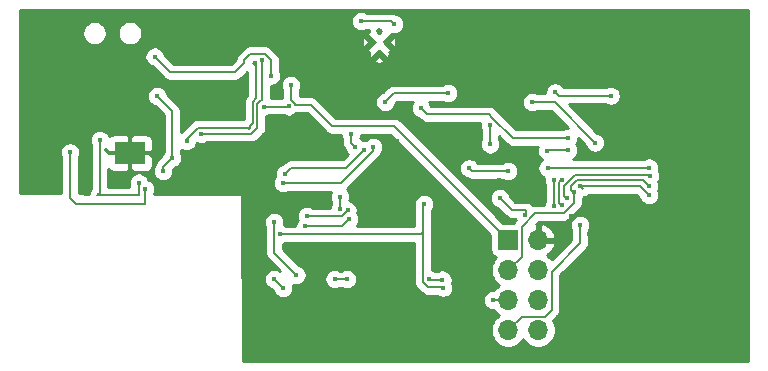
<source format=gbr>
%TF.GenerationSoftware,KiCad,Pcbnew,(5.1.9)-1*%
%TF.CreationDate,2021-02-10T20:51:50+02:00*%
%TF.ProjectId,RVP,5256502e-6b69-4636-9164-5f7063625858,rev?*%
%TF.SameCoordinates,Original*%
%TF.FileFunction,Copper,L2,Bot*%
%TF.FilePolarity,Positive*%
%FSLAX46Y46*%
G04 Gerber Fmt 4.6, Leading zero omitted, Abs format (unit mm)*
G04 Created by KiCad (PCBNEW (5.1.9)-1) date 2021-02-10 20:51:50*
%MOMM*%
%LPD*%
G01*
G04 APERTURE LIST*
%TA.AperFunction,SMDPad,CuDef*%
%ADD10R,2.600000X1.950000*%
%TD*%
%TA.AperFunction,ComponentPad*%
%ADD11C,0.600000*%
%TD*%
%TA.AperFunction,ComponentPad*%
%ADD12O,1.700000X1.700000*%
%TD*%
%TA.AperFunction,ComponentPad*%
%ADD13R,1.700000X1.700000*%
%TD*%
%TA.AperFunction,ComponentPad*%
%ADD14C,0.500000*%
%TD*%
%TA.AperFunction,ViaPad*%
%ADD15C,0.450000*%
%TD*%
%TA.AperFunction,Conductor*%
%ADD16C,0.200000*%
%TD*%
%TA.AperFunction,Conductor*%
%ADD17C,0.300000*%
%TD*%
%TA.AperFunction,Conductor*%
%ADD18C,0.254000*%
%TD*%
%TA.AperFunction,Conductor*%
%ADD19C,0.100000*%
%TD*%
G04 APERTURE END LIST*
D10*
%TO.P,U2,13*%
%TO.N,GND*%
X183996420Y-91184000D03*
D11*
X183996420Y-91684000D03*
X183996420Y-90684000D03*
X183096420Y-90684000D03*
X184896420Y-90684000D03*
X184896420Y-91684000D03*
X183096420Y-91684000D03*
%TD*%
D12*
%TO.P,J1,8*%
%TO.N,Net-(J1-Pad8)*%
X218540420Y-106170000D03*
%TO.P,J1,7*%
%TO.N,MOSI*%
X216000420Y-106170000D03*
%TO.P,J1,6*%
%TO.N,PROG_RESET*%
X218540420Y-103630000D03*
%TO.P,J1,5*%
%TO.N,MISO*%
X216000420Y-103630000D03*
%TO.P,J1,4*%
%TO.N,PROG_RESET*%
X218540420Y-101090000D03*
%TO.P,J1,3*%
%TO.N,SCK*%
X216000420Y-101090000D03*
%TO.P,J1,2*%
%TO.N,GND*%
X218540420Y-98550000D03*
D13*
%TO.P,J1,1*%
%TO.N,+5V*%
X216000420Y-98550000D03*
%TD*%
D14*
%TO.P,U3,11*%
%TO.N,GND*%
X205078420Y-80836000D03*
X205653420Y-81786000D03*
X204503420Y-81786000D03*
X205078420Y-82736000D03*
%TD*%
D15*
%TO.N,+5V*%
X197611092Y-85418320D03*
%TO.N,GND*%
X189076420Y-83310000D03*
X189076420Y-85850000D03*
X221842420Y-107948000D03*
X215238420Y-93470000D03*
X215238420Y-91946000D03*
X221334420Y-96518000D03*
X222858420Y-98042000D03*
X223112420Y-96518000D03*
X228192420Y-85850000D03*
X228192420Y-101344000D03*
X183742420Y-93978000D03*
X194664420Y-104646000D03*
X208126420Y-88644000D03*
X193740500Y-84836000D03*
X227938420Y-91438000D03*
X227938420Y-96010000D03*
X206589420Y-90168000D03*
X229462420Y-107948000D03*
X226922420Y-107948000D03*
X224636420Y-107948000D03*
X213206420Y-100836000D03*
X213714420Y-100836000D03*
X213714420Y-101344000D03*
X213206420Y-101344000D03*
X213206420Y-101852000D03*
X213714420Y-101852000D03*
X213206420Y-102360000D03*
X213714420Y-102360000D03*
X195426420Y-90930000D03*
X195934420Y-90930000D03*
X196442420Y-90930000D03*
X196950420Y-90930000D03*
X197458420Y-90930000D03*
X199998420Y-85342000D03*
X200506420Y-85342000D03*
X201014420Y-85342000D03*
X201522420Y-85342000D03*
X199998420Y-85850000D03*
X200506420Y-85850000D03*
X201014420Y-85850000D03*
X201522420Y-85850000D03*
X199998420Y-84834000D03*
X200506420Y-84834000D03*
X201014420Y-84834000D03*
X201522420Y-84834000D03*
X222604420Y-99820000D03*
X211936420Y-87120000D03*
X214476420Y-87120000D03*
X217016420Y-87120000D03*
X231240420Y-80770000D03*
X232240420Y-80770000D03*
X233240420Y-80770000D03*
X234240420Y-80770000D03*
X235240420Y-80770000D03*
X231240420Y-81770000D03*
X232240420Y-81770000D03*
X233240420Y-81770000D03*
X234240420Y-81770000D03*
X235240420Y-81770000D03*
X231240420Y-82770000D03*
X232240420Y-82770000D03*
X233240420Y-82770000D03*
X234240420Y-82770000D03*
X235240420Y-82770000D03*
X231240420Y-83770000D03*
X232240420Y-83770000D03*
X233240420Y-83770000D03*
X234240420Y-83770000D03*
X235240420Y-83770000D03*
X231240420Y-84770000D03*
X232240420Y-84770000D03*
X233240420Y-84770000D03*
X234240420Y-84770000D03*
X235240420Y-84770000D03*
X234748420Y-103106000D03*
X232748420Y-102106000D03*
X235748420Y-103106000D03*
X234748420Y-104106000D03*
X231748420Y-105106000D03*
X231748420Y-104106000D03*
X233748420Y-106106000D03*
X231748420Y-103106000D03*
X233748420Y-105106000D03*
X233748420Y-103106000D03*
X234748420Y-106106000D03*
X235748420Y-102106000D03*
X235748420Y-106106000D03*
X234748420Y-102106000D03*
X235748420Y-104106000D03*
X231748420Y-106106000D03*
X232748420Y-105106000D03*
X232748420Y-103106000D03*
X233748420Y-104106000D03*
X232748420Y-106106000D03*
X231748420Y-102106000D03*
X232748420Y-104106000D03*
X234748420Y-105106000D03*
X235748420Y-105106000D03*
X233748420Y-102106000D03*
X178106420Y-85564000D03*
X177106420Y-87564000D03*
X179106420Y-87564000D03*
X177106420Y-84564000D03*
X175106420Y-83564000D03*
X179106420Y-86564000D03*
X175106420Y-86564000D03*
X178106420Y-87564000D03*
X178106420Y-83564000D03*
X178106420Y-86564000D03*
X177106420Y-83564000D03*
X179106420Y-83564000D03*
X176106420Y-84564000D03*
X176106420Y-85564000D03*
X175106420Y-84564000D03*
X178106420Y-84564000D03*
X179106420Y-84564000D03*
X176106420Y-86564000D03*
X177106420Y-85564000D03*
X176106420Y-87564000D03*
X177106420Y-86564000D03*
X176106420Y-83564000D03*
X175106420Y-85564000D03*
X179106420Y-85564000D03*
X175106420Y-87564000D03*
X213158420Y-106646000D03*
X212158420Y-108646000D03*
X214158420Y-108646000D03*
X214158420Y-107646000D03*
X210158420Y-107646000D03*
X213158420Y-108646000D03*
X213158420Y-107646000D03*
X211158420Y-106646000D03*
X211158420Y-107646000D03*
X212158420Y-106646000D03*
X211158420Y-108646000D03*
X212158420Y-107646000D03*
X210158420Y-106646000D03*
X214158420Y-106646000D03*
X210158420Y-108646000D03*
%TO.N,VBAT*%
X195172420Y-83310000D03*
X189990193Y-89538237D03*
%TO.N,BATTERY_IN*%
X186790420Y-92709000D03*
X187564345Y-91562850D03*
X186282420Y-86358000D03*
%TO.N,OUT*%
X195309188Y-87237232D03*
X197424223Y-87231316D03*
%TO.N,PREVGL*%
X219883430Y-95630160D03*
X219864495Y-93435903D03*
X214476420Y-90439000D03*
X214476420Y-88770000D03*
%TO.N,PREVGH*%
X220572420Y-95609520D03*
X220554338Y-93434918D03*
%TO.N,PROG_RESET*%
X217422820Y-96416400D03*
X215301420Y-94994000D03*
%TO.N,MISO*%
X208888420Y-95502000D03*
X196696420Y-98042000D03*
X214730420Y-103630000D03*
X210507612Y-102574257D03*
%TO.N,SCK*%
X221588420Y-94503000D03*
X227938420Y-93978000D03*
X202538420Y-96772000D03*
X198845290Y-97386180D03*
%TO.N,GDR*%
X224687096Y-86314072D03*
X219998735Y-86038401D03*
%TO.N,Net-(R6-Pad2)*%
X195940420Y-84611000D03*
X186070420Y-82999002D03*
%TO.N,TS*%
X194577121Y-83570998D03*
X188783990Y-90168990D03*
%TO.N,SDA*%
X203809872Y-90923627D03*
X181424267Y-90059000D03*
X184725103Y-93675354D03*
X197096792Y-92942469D03*
%TO.N,SCL*%
X204570420Y-90676000D03*
X196950420Y-93724000D03*
X185266420Y-94228010D03*
X178916420Y-91121000D03*
%TO.N,RES#*%
X208604410Y-87374000D03*
X221084247Y-89913905D03*
%TO.N,BUSY*%
X223366420Y-90280010D03*
X205586420Y-86849000D03*
X202684188Y-89551768D03*
X203046420Y-90676000D03*
X218032420Y-86866000D03*
X210920420Y-86104000D03*
%TO.N,DC*%
X227938420Y-92408249D03*
X212698420Y-92471000D03*
X219339495Y-92454000D03*
X216000420Y-92708000D03*
%TO.N,RF_CS*%
X196950420Y-102614000D03*
X196188420Y-101852000D03*
%TO.N,MOSI*%
X222096420Y-93978000D03*
X227938420Y-94740000D03*
X202414887Y-96034912D03*
X198969228Y-96519778D03*
X222096420Y-97280000D03*
%TO.N,EINK_CS*%
X220999369Y-95010999D03*
X228029242Y-93081224D03*
%TO.N,IRQ*%
X210440652Y-101880232D03*
X209315420Y-101868562D03*
X202365420Y-101852000D03*
X201315420Y-101852000D03*
X198080653Y-101513000D03*
X196188420Y-97026000D03*
%TO.N,VCI*%
X201776420Y-95913000D03*
X201776420Y-94863000D03*
X221079338Y-90930000D03*
X219302420Y-90964000D03*
X206348420Y-80262000D03*
X203554420Y-80008000D03*
%TD*%
D16*
%TO.N,+5V*%
X206348420Y-88898000D02*
X201090772Y-88898000D01*
X216000420Y-98550000D02*
X206348420Y-88898000D01*
X197949224Y-87081824D02*
X197949224Y-86979315D01*
X199274596Y-87081824D02*
X197949224Y-87081824D01*
X201090772Y-88898000D02*
X199274596Y-87081824D01*
X197611092Y-86641183D02*
X197611092Y-85418320D01*
X197949224Y-86979315D02*
X197611092Y-86641183D01*
D17*
%TO.N,GND*%
X183996420Y-91184000D02*
X183996420Y-90168000D01*
X183996420Y-90168000D02*
X183996420Y-88898000D01*
X186282420Y-91184000D02*
X183996420Y-91184000D01*
X183996420Y-91184000D02*
X183996420Y-92708000D01*
X183996420Y-91184000D02*
X182218420Y-91184000D01*
X182218420Y-91184000D02*
X181964420Y-90930000D01*
D16*
%TO.N,VBAT*%
X194263717Y-89538237D02*
X189990193Y-89538237D01*
X194784187Y-86985231D02*
X194784187Y-89017767D01*
X195057187Y-86712231D02*
X194784187Y-86985231D01*
X194784187Y-89017767D02*
X194263717Y-89538237D01*
X195172420Y-86712231D02*
X195057187Y-86712231D01*
X195172420Y-83310000D02*
X195172420Y-86712231D01*
%TO.N,BATTERY_IN*%
X186790420Y-92336775D02*
X187564345Y-91562850D01*
X186790420Y-92709000D02*
X186790420Y-92336775D01*
X187564345Y-87639925D02*
X186282420Y-86358000D01*
X187564345Y-91562850D02*
X187564345Y-87639925D01*
%TO.N,OUT*%
X197418307Y-87237232D02*
X197424223Y-87231316D01*
X195309188Y-87237232D02*
X197418307Y-87237232D01*
%TO.N,PREVGL*%
X219883430Y-93454838D02*
X219864495Y-93435903D01*
X219883430Y-95630160D02*
X219883430Y-93454838D01*
X214476420Y-90439000D02*
X214476420Y-88770000D01*
%TO.N,PREVGH*%
X220347421Y-93641835D02*
X220554338Y-93434918D01*
X220347421Y-95384521D02*
X220347421Y-93641835D01*
X220572420Y-95609520D02*
X220347421Y-95384521D01*
%TO.N,PROG_RESET*%
X216317420Y-96010000D02*
X215301420Y-94994000D01*
X217524420Y-96010000D02*
X216317420Y-96010000D01*
X217524420Y-96314800D02*
X217422820Y-96416400D01*
X217524420Y-96010000D02*
X217524420Y-96314800D01*
%TO.N,MISO*%
X208790419Y-95600001D02*
X208888420Y-95502000D01*
X209198554Y-102528698D02*
X208790419Y-102120563D01*
X210485309Y-102528698D02*
X209198554Y-102528698D01*
X208634420Y-98042000D02*
X208790419Y-97886001D01*
X196696420Y-98042000D02*
X208634420Y-98042000D01*
X208790419Y-97886001D02*
X208790419Y-95600001D01*
X208790419Y-102120563D02*
X208790419Y-97886001D01*
X216000420Y-103630000D02*
X214730420Y-103630000D01*
%TO.N,SCK*%
X221844419Y-93452999D02*
X221363421Y-93933997D01*
X221363421Y-93933997D02*
X221363421Y-94278001D01*
X227413419Y-93452999D02*
X221844419Y-93452999D01*
X227938420Y-93978000D02*
X227413419Y-93452999D01*
X221363421Y-94278001D02*
X221588420Y-94503000D01*
X217150421Y-99939999D02*
X216000420Y-101090000D01*
X217150421Y-98237997D02*
X217150421Y-99939999D01*
X201924240Y-97386180D02*
X198845290Y-97386180D01*
X202538420Y-96772000D02*
X201924240Y-97386180D01*
X221588420Y-95370522D02*
X221588420Y-94503000D01*
X220694942Y-96264000D02*
X221588420Y-95370522D01*
X218286420Y-96264000D02*
X220694942Y-96264000D01*
X217150421Y-97399999D02*
X218286420Y-96264000D01*
X217150421Y-98237997D02*
X217150421Y-97399999D01*
%TO.N,GDR*%
X220274406Y-86314072D02*
X219998735Y-86038401D01*
X224687096Y-86314072D02*
X220274406Y-86314072D01*
%TO.N,Net-(R6-Pad2)*%
X195424421Y-82784999D02*
X195940420Y-83300998D01*
X194190422Y-82784999D02*
X195424421Y-82784999D01*
X192886420Y-84326000D02*
X193648420Y-83564000D01*
X187397418Y-84326000D02*
X192886420Y-84326000D01*
X195940420Y-83300998D02*
X195940420Y-84611000D01*
X186070420Y-82999002D02*
X187397418Y-84326000D01*
X193648420Y-83327001D02*
X194190422Y-82784999D01*
X193648420Y-83564000D02*
X193648420Y-83327001D01*
%TO.N,TS*%
X194664420Y-86539299D02*
X194384177Y-86819542D01*
X194664420Y-83812910D02*
X194664420Y-86539299D01*
X194415510Y-83564000D02*
X194664420Y-83812910D01*
X194156420Y-88898000D02*
X194156420Y-89079836D01*
X194384177Y-88670243D02*
X194156420Y-88898000D01*
X194384177Y-86819542D02*
X194384177Y-88670243D01*
X194156420Y-89079836D02*
X194098029Y-89138227D01*
X188783990Y-89967438D02*
X188783990Y-90168990D01*
X189738192Y-89013236D02*
X188783990Y-89967438D01*
X193973038Y-89013236D02*
X189738192Y-89013236D01*
X194098029Y-89138227D02*
X193973038Y-89013236D01*
%TO.N,SDA*%
X181202420Y-94740000D02*
X181424267Y-94518153D01*
X202309500Y-92423999D02*
X200282421Y-92423999D01*
X181424267Y-94518153D02*
X181424267Y-91405847D01*
X203809872Y-90923627D02*
X202309500Y-92423999D01*
X181424267Y-91405847D02*
X181424267Y-90059000D01*
X184691786Y-94740000D02*
X181202420Y-94740000D01*
X184725103Y-94706683D02*
X184691786Y-94740000D01*
X184725103Y-93675354D02*
X184725103Y-94706683D01*
X197615262Y-92423999D02*
X197096792Y-92942469D01*
X200282421Y-92423999D02*
X197615262Y-92423999D01*
%TO.N,SCL*%
X204570420Y-90994198D02*
X204570420Y-90676000D01*
X201840618Y-93724000D02*
X204570420Y-90994198D01*
X196950420Y-93724000D02*
X201840618Y-93724000D01*
X185266420Y-94228010D02*
X185266420Y-95502000D01*
X185266420Y-95502000D02*
X179424420Y-95502000D01*
X178916420Y-94994000D02*
X178916420Y-91121000D01*
X179424420Y-95502000D02*
X178916420Y-94994000D01*
%TO.N,RES#*%
X216397327Y-89913905D02*
X221084247Y-89913905D01*
X208604410Y-87374000D02*
X209112410Y-87882000D01*
X214365422Y-87882000D02*
X214674921Y-88191499D01*
X209112410Y-87882000D02*
X214365422Y-87882000D01*
X214674921Y-88191499D02*
X216397327Y-89913905D01*
%TO.N,BUSY*%
X223366420Y-90280010D02*
X219935410Y-86849000D01*
X202684188Y-90313768D02*
X203046420Y-90676000D01*
X202684188Y-89551768D02*
X202684188Y-90313768D01*
X218049420Y-86849000D02*
X218032420Y-86866000D01*
X219935410Y-86849000D02*
X218049420Y-86849000D01*
X206331420Y-86104000D02*
X205586420Y-86849000D01*
X210158420Y-86104000D02*
X206331420Y-86104000D01*
X210158420Y-86104000D02*
X210920420Y-86104000D01*
%TO.N,DC*%
X227680411Y-92408249D02*
X227938420Y-92408249D01*
X219385246Y-92408249D02*
X219339495Y-92454000D01*
X227680411Y-92408249D02*
X219385246Y-92408249D01*
X212935420Y-92708000D02*
X212698420Y-92471000D01*
X216000420Y-92708000D02*
X212935420Y-92708000D01*
%TO.N,RF_CS*%
X196950420Y-102614000D02*
X196188420Y-101852000D01*
%TO.N,MOSI*%
X222096420Y-93978000D02*
X227176420Y-93978000D01*
X227938420Y-94740000D02*
X227176420Y-93978000D01*
X217150421Y-105019999D02*
X216000420Y-106170000D01*
X219092421Y-105019999D02*
X217150421Y-105019999D01*
X222096420Y-93978000D02*
X222321419Y-94202999D01*
X201930021Y-96519778D02*
X198969228Y-96519778D01*
X202414887Y-96034912D02*
X201930021Y-96519778D01*
X219690421Y-104421999D02*
X219690421Y-101209999D01*
X219092421Y-105019999D02*
X219690421Y-104421999D01*
X222096420Y-97280000D02*
X222096420Y-98804000D01*
X219690421Y-101209999D02*
X222096420Y-98804000D01*
%TO.N,EINK_CS*%
X228001007Y-93052989D02*
X228029242Y-93081224D01*
X221678730Y-93052989D02*
X228001007Y-93052989D01*
X220774370Y-94786000D02*
X220774370Y-93957349D01*
X220774370Y-93957349D02*
X221678730Y-93052989D01*
X220999369Y-95010999D02*
X220774370Y-94786000D01*
%TO.N,IRQ*%
X209327090Y-101880232D02*
X209315420Y-101868562D01*
X210440652Y-101880232D02*
X209327090Y-101880232D01*
X202365420Y-101852000D02*
X201315420Y-101852000D01*
X196171419Y-97043001D02*
X196188420Y-97026000D01*
X196171419Y-99603766D02*
X196171419Y-97043001D01*
X198080653Y-101513000D02*
X196171419Y-99603766D01*
%TO.N,VCI*%
X201776420Y-95913000D02*
X201776420Y-94863000D01*
X219336420Y-90930000D02*
X219302420Y-90964000D01*
X221079338Y-90930000D02*
X219336420Y-90930000D01*
X206094420Y-80008000D02*
X203554420Y-80008000D01*
X206348420Y-80262000D02*
X206094420Y-80008000D01*
%TD*%
D18*
%TO.N,GND*%
X236339617Y-108750000D02*
X193534637Y-108750000D01*
X193493341Y-94759511D01*
X193490966Y-94735436D01*
X193483802Y-94711593D01*
X193472123Y-94689605D01*
X193456380Y-94670319D01*
X193437176Y-94654475D01*
X193415250Y-94642681D01*
X193391445Y-94635392D01*
X193366675Y-94632886D01*
X186037525Y-94613686D01*
X186093371Y-94478863D01*
X186126420Y-94312713D01*
X186126420Y-94143307D01*
X186093371Y-93977157D01*
X186028542Y-93820647D01*
X185934425Y-93679792D01*
X185814638Y-93560005D01*
X185673783Y-93465888D01*
X185547536Y-93413595D01*
X185487225Y-93267991D01*
X185393108Y-93127136D01*
X185273321Y-93007349D01*
X185132466Y-92913232D01*
X184975956Y-92848403D01*
X184809806Y-92815354D01*
X184640400Y-92815354D01*
X184474250Y-92848403D01*
X184317740Y-92913232D01*
X184176885Y-93007349D01*
X184057098Y-93127136D01*
X183962981Y-93267991D01*
X183898152Y-93424501D01*
X183865103Y-93590651D01*
X183865103Y-93760057D01*
X183898152Y-93926207D01*
X183930789Y-94005000D01*
X182159267Y-94005000D01*
X182159267Y-92501117D01*
X182165883Y-92513494D01*
X182245235Y-92610185D01*
X182341926Y-92689537D01*
X182452240Y-92748502D01*
X182571938Y-92784812D01*
X182696420Y-92797072D01*
X183710670Y-92794000D01*
X183869420Y-92635250D01*
X183869420Y-92612165D01*
X183902596Y-92618828D01*
X184086775Y-92619171D01*
X184123420Y-92611952D01*
X184123420Y-92635250D01*
X184282170Y-92794000D01*
X185296420Y-92797072D01*
X185420902Y-92784812D01*
X185540600Y-92748502D01*
X185650914Y-92689537D01*
X185747605Y-92610185D01*
X185826957Y-92513494D01*
X185885922Y-92403180D01*
X185922232Y-92283482D01*
X185934492Y-92159000D01*
X185931420Y-91469750D01*
X185772670Y-91311000D01*
X185753991Y-91311000D01*
X185725828Y-91242649D01*
X185724183Y-91239575D01*
X185626277Y-91234249D01*
X185576028Y-91184000D01*
X185626277Y-91133751D01*
X185724183Y-91128425D01*
X185753924Y-91057000D01*
X185772670Y-91057000D01*
X185931420Y-90898250D01*
X185934492Y-90209000D01*
X185922232Y-90084518D01*
X185885922Y-89964820D01*
X185826957Y-89854506D01*
X185747605Y-89757815D01*
X185650914Y-89678463D01*
X185540600Y-89619498D01*
X185420902Y-89583188D01*
X185296420Y-89570928D01*
X184282170Y-89574000D01*
X184123420Y-89732750D01*
X184123420Y-89755835D01*
X184090244Y-89749172D01*
X183906065Y-89748829D01*
X183869420Y-89756048D01*
X183869420Y-89732750D01*
X183710670Y-89574000D01*
X182696420Y-89570928D01*
X182571938Y-89583188D01*
X182452240Y-89619498D01*
X182341926Y-89678463D01*
X182245235Y-89757815D01*
X182235356Y-89769853D01*
X182186389Y-89651637D01*
X182092272Y-89510782D01*
X181972485Y-89390995D01*
X181831630Y-89296878D01*
X181675120Y-89232049D01*
X181508970Y-89199000D01*
X181339564Y-89199000D01*
X181173414Y-89232049D01*
X181016904Y-89296878D01*
X180876049Y-89390995D01*
X180756262Y-89510782D01*
X180662145Y-89651637D01*
X180597316Y-89808147D01*
X180564267Y-89974297D01*
X180564267Y-90143703D01*
X180597316Y-90309853D01*
X180662145Y-90466363D01*
X180689268Y-90506955D01*
X180689267Y-91441951D01*
X180689268Y-91441961D01*
X180689267Y-94210306D01*
X180680182Y-94217762D01*
X180588333Y-94329680D01*
X180520083Y-94457367D01*
X180478055Y-94595915D01*
X180477739Y-94599121D01*
X179651420Y-94596957D01*
X179651420Y-91568954D01*
X179678542Y-91528363D01*
X179743371Y-91371853D01*
X179776420Y-91205703D01*
X179776420Y-91036297D01*
X179743371Y-90870147D01*
X179678542Y-90713637D01*
X179584425Y-90572782D01*
X179464638Y-90452995D01*
X179323783Y-90358878D01*
X179167273Y-90294049D01*
X179001123Y-90261000D01*
X178831717Y-90261000D01*
X178665567Y-90294049D01*
X178509057Y-90358878D01*
X178368202Y-90452995D01*
X178248415Y-90572782D01*
X178154298Y-90713637D01*
X178089469Y-90870147D01*
X178056420Y-91036297D01*
X178056420Y-91205703D01*
X178089469Y-91371853D01*
X178154298Y-91528363D01*
X178181421Y-91568955D01*
X178181420Y-94593106D01*
X174660000Y-94583881D01*
X174660000Y-82914299D01*
X185210420Y-82914299D01*
X185210420Y-83083705D01*
X185243469Y-83249855D01*
X185308298Y-83406365D01*
X185402415Y-83547220D01*
X185522202Y-83667007D01*
X185663057Y-83761124D01*
X185819567Y-83825953D01*
X185867449Y-83835477D01*
X186852164Y-84820193D01*
X186875180Y-84848238D01*
X186903224Y-84871253D01*
X186987098Y-84940087D01*
X187114784Y-85008337D01*
X187253333Y-85050365D01*
X187397418Y-85064556D01*
X187433523Y-85061000D01*
X192850315Y-85061000D01*
X192886420Y-85064556D01*
X192922525Y-85061000D01*
X193030505Y-85050365D01*
X193169053Y-85008337D01*
X193296740Y-84940087D01*
X193408658Y-84848238D01*
X193431678Y-84820188D01*
X193929420Y-84322446D01*
X193929421Y-86234852D01*
X193889985Y-86274288D01*
X193861939Y-86297305D01*
X193770090Y-86409223D01*
X193701840Y-86536910D01*
X193679099Y-86611878D01*
X193659812Y-86675457D01*
X193645621Y-86819542D01*
X193649177Y-86855647D01*
X193649178Y-88278236D01*
X189774286Y-88278236D01*
X189738191Y-88274681D01*
X189702096Y-88278236D01*
X189702087Y-88278236D01*
X189594107Y-88288871D01*
X189455559Y-88330899D01*
X189327872Y-88399149D01*
X189215954Y-88490998D01*
X189192938Y-88519043D01*
X188299345Y-89412637D01*
X188299345Y-87676030D01*
X188302901Y-87639925D01*
X188288710Y-87495840D01*
X188246682Y-87357291D01*
X188178432Y-87229605D01*
X188124115Y-87163420D01*
X188086583Y-87117687D01*
X188058538Y-87094671D01*
X187118895Y-86155029D01*
X187109371Y-86107147D01*
X187044542Y-85950637D01*
X186950425Y-85809782D01*
X186830638Y-85689995D01*
X186689783Y-85595878D01*
X186533273Y-85531049D01*
X186367123Y-85498000D01*
X186197717Y-85498000D01*
X186031567Y-85531049D01*
X185875057Y-85595878D01*
X185734202Y-85689995D01*
X185614415Y-85809782D01*
X185520298Y-85950637D01*
X185455469Y-86107147D01*
X185422420Y-86273297D01*
X185422420Y-86442703D01*
X185455469Y-86608853D01*
X185520298Y-86765363D01*
X185614415Y-86906218D01*
X185734202Y-87026005D01*
X185875057Y-87120122D01*
X186031567Y-87184951D01*
X186079449Y-87194475D01*
X186829346Y-87944373D01*
X186829345Y-91114896D01*
X186802223Y-91155487D01*
X186737394Y-91311997D01*
X186727870Y-91359879D01*
X186296228Y-91791521D01*
X186268183Y-91814537D01*
X186176333Y-91926455D01*
X186108083Y-92054142D01*
X186076275Y-92159000D01*
X186066055Y-92192690D01*
X186059997Y-92254196D01*
X186028298Y-92301637D01*
X185963469Y-92458147D01*
X185930420Y-92624297D01*
X185930420Y-92793703D01*
X185963469Y-92959853D01*
X186028298Y-93116363D01*
X186122415Y-93257218D01*
X186242202Y-93377005D01*
X186383057Y-93471122D01*
X186539567Y-93535951D01*
X186705717Y-93569000D01*
X186875123Y-93569000D01*
X187041273Y-93535951D01*
X187197783Y-93471122D01*
X187338638Y-93377005D01*
X187458425Y-93257218D01*
X187552542Y-93116363D01*
X187617371Y-92959853D01*
X187650420Y-92793703D01*
X187650420Y-92624297D01*
X187632489Y-92534152D01*
X187767316Y-92399325D01*
X187815198Y-92389801D01*
X187971708Y-92324972D01*
X188112563Y-92230855D01*
X188232350Y-92111068D01*
X188326467Y-91970213D01*
X188391296Y-91813703D01*
X188424345Y-91647553D01*
X188424345Y-91478147D01*
X188391296Y-91311997D01*
X188326467Y-91155487D01*
X188299345Y-91114896D01*
X188299345Y-90879473D01*
X188376627Y-90931112D01*
X188533137Y-90995941D01*
X188699287Y-91028990D01*
X188868693Y-91028990D01*
X189034843Y-90995941D01*
X189191353Y-90931112D01*
X189332208Y-90836995D01*
X189451995Y-90717208D01*
X189546112Y-90576353D01*
X189610941Y-90419843D01*
X189630759Y-90320212D01*
X189739340Y-90365188D01*
X189905490Y-90398237D01*
X190074896Y-90398237D01*
X190241046Y-90365188D01*
X190397556Y-90300359D01*
X190438147Y-90273237D01*
X194227612Y-90273237D01*
X194263717Y-90276793D01*
X194299822Y-90273237D01*
X194407802Y-90262602D01*
X194546350Y-90220574D01*
X194674037Y-90152324D01*
X194785955Y-90060475D01*
X194808975Y-90032425D01*
X195278379Y-89563021D01*
X195306425Y-89540005D01*
X195398274Y-89428087D01*
X195425761Y-89376663D01*
X195466524Y-89300401D01*
X195508552Y-89161852D01*
X195522743Y-89017767D01*
X195519187Y-88981662D01*
X195519187Y-88072309D01*
X195560041Y-88064183D01*
X195716551Y-87999354D01*
X195757142Y-87972232D01*
X196985123Y-87972232D01*
X197016860Y-87993438D01*
X197173370Y-88058267D01*
X197339520Y-88091316D01*
X197508926Y-88091316D01*
X197675076Y-88058267D01*
X197831586Y-87993438D01*
X197972441Y-87899321D01*
X198054938Y-87816824D01*
X198970150Y-87816824D01*
X200545518Y-89392193D01*
X200568534Y-89420238D01*
X200609105Y-89453534D01*
X200680452Y-89512087D01*
X200808138Y-89580337D01*
X200946687Y-89622365D01*
X201090772Y-89636556D01*
X201126877Y-89633000D01*
X201824188Y-89633000D01*
X201824188Y-89636471D01*
X201857237Y-89802621D01*
X201922066Y-89959131D01*
X201949188Y-89999722D01*
X201949188Y-90277663D01*
X201945632Y-90313768D01*
X201949188Y-90349873D01*
X201959823Y-90457853D01*
X202001852Y-90596401D01*
X202070102Y-90724088D01*
X202161951Y-90836006D01*
X202189996Y-90859022D01*
X202209945Y-90878971D01*
X202219469Y-90926853D01*
X202284298Y-91083363D01*
X202378415Y-91224218D01*
X202424125Y-91269928D01*
X202005054Y-91688999D01*
X197651356Y-91688999D01*
X197615261Y-91685444D01*
X197579166Y-91688999D01*
X197579157Y-91688999D01*
X197471177Y-91699634D01*
X197332629Y-91741662D01*
X197204942Y-91809912D01*
X197093024Y-91901761D01*
X197070008Y-91929806D01*
X196893821Y-92105994D01*
X196845939Y-92115518D01*
X196689429Y-92180347D01*
X196548574Y-92274464D01*
X196428787Y-92394251D01*
X196334670Y-92535106D01*
X196269841Y-92691616D01*
X196236792Y-92857766D01*
X196236792Y-93027172D01*
X196269841Y-93193322D01*
X196270168Y-93194111D01*
X196188298Y-93316637D01*
X196123469Y-93473147D01*
X196090420Y-93639297D01*
X196090420Y-93808703D01*
X196123469Y-93974853D01*
X196188298Y-94131363D01*
X196282415Y-94272218D01*
X196402202Y-94392005D01*
X196543057Y-94486122D01*
X196699567Y-94550951D01*
X196865717Y-94584000D01*
X197035123Y-94584000D01*
X197201273Y-94550951D01*
X197357783Y-94486122D01*
X197398374Y-94459000D01*
X201012905Y-94459000D01*
X200949469Y-94612147D01*
X200916420Y-94778297D01*
X200916420Y-94947703D01*
X200949469Y-95113853D01*
X201014298Y-95270363D01*
X201041421Y-95310954D01*
X201041420Y-95465046D01*
X201014298Y-95505637D01*
X200949469Y-95662147D01*
X200925076Y-95784778D01*
X199417182Y-95784778D01*
X199376591Y-95757656D01*
X199220081Y-95692827D01*
X199053931Y-95659778D01*
X198884525Y-95659778D01*
X198718375Y-95692827D01*
X198561865Y-95757656D01*
X198421010Y-95851773D01*
X198301223Y-95971560D01*
X198207106Y-96112415D01*
X198142277Y-96268925D01*
X198109228Y-96435075D01*
X198109228Y-96604481D01*
X198142277Y-96770631D01*
X198172891Y-96844538D01*
X198083168Y-96978817D01*
X198018339Y-97135327D01*
X197985290Y-97301477D01*
X197985290Y-97307000D01*
X197144374Y-97307000D01*
X197103783Y-97279878D01*
X197021545Y-97245814D01*
X197048420Y-97110703D01*
X197048420Y-96941297D01*
X197015371Y-96775147D01*
X196950542Y-96618637D01*
X196856425Y-96477782D01*
X196736638Y-96357995D01*
X196595783Y-96263878D01*
X196439273Y-96199049D01*
X196273123Y-96166000D01*
X196103717Y-96166000D01*
X195937567Y-96199049D01*
X195781057Y-96263878D01*
X195640202Y-96357995D01*
X195520415Y-96477782D01*
X195426298Y-96618637D01*
X195361469Y-96775147D01*
X195328420Y-96941297D01*
X195328420Y-97110703D01*
X195361469Y-97276853D01*
X195426298Y-97433363D01*
X195436420Y-97448511D01*
X195436419Y-99567661D01*
X195432863Y-99603766D01*
X195447054Y-99747851D01*
X195459803Y-99789879D01*
X195489082Y-99886398D01*
X195557332Y-100014085D01*
X195649181Y-100126003D01*
X195677227Y-100149020D01*
X196662993Y-101134787D01*
X196595783Y-101089878D01*
X196439273Y-101025049D01*
X196273123Y-100992000D01*
X196103717Y-100992000D01*
X195937567Y-101025049D01*
X195781057Y-101089878D01*
X195640202Y-101183995D01*
X195520415Y-101303782D01*
X195426298Y-101444637D01*
X195361469Y-101601147D01*
X195328420Y-101767297D01*
X195328420Y-101936703D01*
X195361469Y-102102853D01*
X195426298Y-102259363D01*
X195520415Y-102400218D01*
X195640202Y-102520005D01*
X195781057Y-102614122D01*
X195937567Y-102678951D01*
X195985449Y-102688475D01*
X196113945Y-102816971D01*
X196123469Y-102864853D01*
X196188298Y-103021363D01*
X196282415Y-103162218D01*
X196402202Y-103282005D01*
X196543057Y-103376122D01*
X196699567Y-103440951D01*
X196865717Y-103474000D01*
X197035123Y-103474000D01*
X197201273Y-103440951D01*
X197357783Y-103376122D01*
X197498638Y-103282005D01*
X197618425Y-103162218D01*
X197712542Y-103021363D01*
X197777371Y-102864853D01*
X197810420Y-102698703D01*
X197810420Y-102529297D01*
X197777371Y-102363147D01*
X197754914Y-102308932D01*
X197829800Y-102339951D01*
X197995950Y-102373000D01*
X198165356Y-102373000D01*
X198331506Y-102339951D01*
X198488016Y-102275122D01*
X198628871Y-102181005D01*
X198748658Y-102061218D01*
X198842775Y-101920363D01*
X198906177Y-101767297D01*
X200455420Y-101767297D01*
X200455420Y-101936703D01*
X200488469Y-102102853D01*
X200553298Y-102259363D01*
X200647415Y-102400218D01*
X200767202Y-102520005D01*
X200908057Y-102614122D01*
X201064567Y-102678951D01*
X201230717Y-102712000D01*
X201400123Y-102712000D01*
X201566273Y-102678951D01*
X201722783Y-102614122D01*
X201763374Y-102587000D01*
X201917466Y-102587000D01*
X201958057Y-102614122D01*
X202114567Y-102678951D01*
X202280717Y-102712000D01*
X202450123Y-102712000D01*
X202616273Y-102678951D01*
X202772783Y-102614122D01*
X202913638Y-102520005D01*
X203033425Y-102400218D01*
X203127542Y-102259363D01*
X203192371Y-102102853D01*
X203225420Y-101936703D01*
X203225420Y-101767297D01*
X203192371Y-101601147D01*
X203127542Y-101444637D01*
X203033425Y-101303782D01*
X202913638Y-101183995D01*
X202772783Y-101089878D01*
X202616273Y-101025049D01*
X202450123Y-100992000D01*
X202280717Y-100992000D01*
X202114567Y-101025049D01*
X201958057Y-101089878D01*
X201917466Y-101117000D01*
X201763374Y-101117000D01*
X201722783Y-101089878D01*
X201566273Y-101025049D01*
X201400123Y-100992000D01*
X201230717Y-100992000D01*
X201064567Y-101025049D01*
X200908057Y-101089878D01*
X200767202Y-101183995D01*
X200647415Y-101303782D01*
X200553298Y-101444637D01*
X200488469Y-101601147D01*
X200455420Y-101767297D01*
X198906177Y-101767297D01*
X198907604Y-101763853D01*
X198940653Y-101597703D01*
X198940653Y-101428297D01*
X198907604Y-101262147D01*
X198842775Y-101105637D01*
X198748658Y-100964782D01*
X198628871Y-100844995D01*
X198488016Y-100750878D01*
X198331506Y-100686049D01*
X198283625Y-100676525D01*
X196906419Y-99299320D01*
X196906419Y-98877077D01*
X196947273Y-98868951D01*
X197103783Y-98804122D01*
X197144374Y-98777000D01*
X208055420Y-98777000D01*
X208055419Y-102084458D01*
X208051863Y-102120563D01*
X208066054Y-102264648D01*
X208069475Y-102275925D01*
X208108082Y-102403195D01*
X208176332Y-102530882D01*
X208268181Y-102642800D01*
X208296227Y-102665817D01*
X208653295Y-103022885D01*
X208676316Y-103050936D01*
X208788234Y-103142785D01*
X208915921Y-103211035D01*
X209012440Y-103240314D01*
X209054468Y-103253063D01*
X209198553Y-103267254D01*
X209234658Y-103263698D01*
X209991475Y-103263698D01*
X210100249Y-103336379D01*
X210256759Y-103401208D01*
X210422909Y-103434257D01*
X210592315Y-103434257D01*
X210758465Y-103401208D01*
X210914975Y-103336379D01*
X211055830Y-103242262D01*
X211175617Y-103122475D01*
X211269734Y-102981620D01*
X211334563Y-102825110D01*
X211367612Y-102658960D01*
X211367612Y-102489554D01*
X211334563Y-102323404D01*
X211269734Y-102166894D01*
X211259262Y-102151222D01*
X211267603Y-102131085D01*
X211300652Y-101964935D01*
X211300652Y-101795529D01*
X211267603Y-101629379D01*
X211202774Y-101472869D01*
X211108657Y-101332014D01*
X210988870Y-101212227D01*
X210848015Y-101118110D01*
X210691505Y-101053281D01*
X210525355Y-101020232D01*
X210355949Y-101020232D01*
X210189799Y-101053281D01*
X210033289Y-101118110D01*
X209992698Y-101145232D01*
X209780839Y-101145232D01*
X209722783Y-101106440D01*
X209566273Y-101041611D01*
X209525419Y-101033485D01*
X209525419Y-97922105D01*
X209528975Y-97886001D01*
X209525419Y-97849896D01*
X209525419Y-96081224D01*
X209556425Y-96050218D01*
X209650542Y-95909363D01*
X209715371Y-95752853D01*
X209748420Y-95586703D01*
X209748420Y-95417297D01*
X209715371Y-95251147D01*
X209650542Y-95094637D01*
X209556425Y-94953782D01*
X209436638Y-94833995D01*
X209295783Y-94739878D01*
X209139273Y-94675049D01*
X208973123Y-94642000D01*
X208803717Y-94642000D01*
X208637567Y-94675049D01*
X208481057Y-94739878D01*
X208340202Y-94833995D01*
X208220415Y-94953782D01*
X208126298Y-95094637D01*
X208061469Y-95251147D01*
X208028420Y-95417297D01*
X208028420Y-95586703D01*
X208055420Y-95722442D01*
X208055419Y-97307000D01*
X203215257Y-97307000D01*
X203300542Y-97179363D01*
X203365371Y-97022853D01*
X203398420Y-96856703D01*
X203398420Y-96687297D01*
X203365371Y-96521147D01*
X203300542Y-96364637D01*
X203243215Y-96278842D01*
X203274887Y-96119615D01*
X203274887Y-95950209D01*
X203241838Y-95784059D01*
X203177009Y-95627549D01*
X203082892Y-95486694D01*
X202963105Y-95366907D01*
X202822250Y-95272790D01*
X202665740Y-95207961D01*
X202572105Y-95189336D01*
X202603371Y-95113853D01*
X202636420Y-94947703D01*
X202636420Y-94778297D01*
X202603371Y-94612147D01*
X202538542Y-94455637D01*
X202444425Y-94314782D01*
X202368727Y-94239084D01*
X202385877Y-94218187D01*
X205064617Y-91539448D01*
X205092657Y-91516436D01*
X205115670Y-91488395D01*
X205115673Y-91488392D01*
X205153786Y-91441951D01*
X205184507Y-91404518D01*
X205252757Y-91276831D01*
X205283805Y-91174480D01*
X205293904Y-91141189D01*
X205332542Y-91083363D01*
X205397371Y-90926853D01*
X205430420Y-90760703D01*
X205430420Y-90591297D01*
X205397371Y-90425147D01*
X205332542Y-90268637D01*
X205238425Y-90127782D01*
X205118638Y-90007995D01*
X204977783Y-89913878D01*
X204821273Y-89849049D01*
X204655123Y-89816000D01*
X204485717Y-89816000D01*
X204319567Y-89849049D01*
X204163057Y-89913878D01*
X204022202Y-90007995D01*
X203954625Y-90075572D01*
X203894575Y-90063627D01*
X203725169Y-90063627D01*
X203662696Y-90076053D01*
X203594638Y-90007995D01*
X203462611Y-89919777D01*
X203511139Y-89802621D01*
X203544188Y-89636471D01*
X203544188Y-89633000D01*
X206043974Y-89633000D01*
X214512348Y-98101375D01*
X214512348Y-99400000D01*
X214524608Y-99524482D01*
X214560918Y-99644180D01*
X214619883Y-99754494D01*
X214699235Y-99851185D01*
X214795926Y-99930537D01*
X214906240Y-99989502D01*
X214978800Y-100011513D01*
X214846945Y-100143368D01*
X214684430Y-100386589D01*
X214572488Y-100656842D01*
X214515420Y-100943740D01*
X214515420Y-101236260D01*
X214572488Y-101523158D01*
X214684430Y-101793411D01*
X214846945Y-102036632D01*
X215053788Y-102243475D01*
X215228180Y-102360000D01*
X215053788Y-102476525D01*
X214846945Y-102683368D01*
X214789059Y-102770000D01*
X214645717Y-102770000D01*
X214479567Y-102803049D01*
X214323057Y-102867878D01*
X214182202Y-102961995D01*
X214062415Y-103081782D01*
X213968298Y-103222637D01*
X213903469Y-103379147D01*
X213870420Y-103545297D01*
X213870420Y-103714703D01*
X213903469Y-103880853D01*
X213968298Y-104037363D01*
X214062415Y-104178218D01*
X214182202Y-104298005D01*
X214323057Y-104392122D01*
X214479567Y-104456951D01*
X214645717Y-104490000D01*
X214789059Y-104490000D01*
X214846945Y-104576632D01*
X215053788Y-104783475D01*
X215228180Y-104900000D01*
X215053788Y-105016525D01*
X214846945Y-105223368D01*
X214684430Y-105466589D01*
X214572488Y-105736842D01*
X214515420Y-106023740D01*
X214515420Y-106316260D01*
X214572488Y-106603158D01*
X214684430Y-106873411D01*
X214846945Y-107116632D01*
X215053788Y-107323475D01*
X215297009Y-107485990D01*
X215567262Y-107597932D01*
X215854160Y-107655000D01*
X216146680Y-107655000D01*
X216433578Y-107597932D01*
X216703831Y-107485990D01*
X216947052Y-107323475D01*
X217153895Y-107116632D01*
X217270420Y-106942240D01*
X217386945Y-107116632D01*
X217593788Y-107323475D01*
X217837009Y-107485990D01*
X218107262Y-107597932D01*
X218394160Y-107655000D01*
X218686680Y-107655000D01*
X218973578Y-107597932D01*
X219243831Y-107485990D01*
X219487052Y-107323475D01*
X219693895Y-107116632D01*
X219856410Y-106873411D01*
X219968352Y-106603158D01*
X220025420Y-106316260D01*
X220025420Y-106023740D01*
X219968352Y-105736842D01*
X219856410Y-105466589D01*
X219787864Y-105364002D01*
X220184618Y-104967249D01*
X220212658Y-104944237D01*
X220235671Y-104916196D01*
X220235674Y-104916193D01*
X220304508Y-104832319D01*
X220372758Y-104704633D01*
X220414786Y-104566084D01*
X220428977Y-104421999D01*
X220425421Y-104385894D01*
X220425421Y-101514445D01*
X222590613Y-99349254D01*
X222618658Y-99326238D01*
X222710507Y-99214320D01*
X222778757Y-99086633D01*
X222820785Y-98948085D01*
X222831420Y-98840105D01*
X222831420Y-98840096D01*
X222834975Y-98804001D01*
X222831420Y-98767906D01*
X222831420Y-97727954D01*
X222858542Y-97687363D01*
X222923371Y-97530853D01*
X222956420Y-97364703D01*
X222956420Y-97195297D01*
X222923371Y-97029147D01*
X222858542Y-96872637D01*
X222764425Y-96731782D01*
X222644638Y-96611995D01*
X222503783Y-96517878D01*
X222347273Y-96453049D01*
X222181123Y-96420000D01*
X222011717Y-96420000D01*
X221845567Y-96453049D01*
X221689057Y-96517878D01*
X221548202Y-96611995D01*
X221428415Y-96731782D01*
X221334298Y-96872637D01*
X221269469Y-97029147D01*
X221236420Y-97195297D01*
X221236420Y-97364703D01*
X221269469Y-97530853D01*
X221334298Y-97687363D01*
X221361420Y-97727954D01*
X221361421Y-98499552D01*
X219703392Y-100157582D01*
X219693895Y-100143368D01*
X219487052Y-99936525D01*
X219304886Y-99814805D01*
X219421775Y-99745178D01*
X219638008Y-99550269D01*
X219812061Y-99316920D01*
X219937245Y-99054099D01*
X219981896Y-98906890D01*
X219860575Y-98677000D01*
X218667420Y-98677000D01*
X218667420Y-98697000D01*
X218413420Y-98697000D01*
X218413420Y-98677000D01*
X218393420Y-98677000D01*
X218393420Y-98423000D01*
X218413420Y-98423000D01*
X218413420Y-97229186D01*
X218667420Y-97229186D01*
X218667420Y-98423000D01*
X219860575Y-98423000D01*
X219981896Y-98193110D01*
X219937245Y-98045901D01*
X219812061Y-97783080D01*
X219638008Y-97549731D01*
X219421775Y-97354822D01*
X219171672Y-97205843D01*
X218897311Y-97108519D01*
X218667420Y-97229186D01*
X218413420Y-97229186D01*
X218378834Y-97211032D01*
X218590867Y-96999000D01*
X220658837Y-96999000D01*
X220694942Y-97002556D01*
X220731047Y-96999000D01*
X220839027Y-96988365D01*
X220977575Y-96946337D01*
X221105262Y-96878087D01*
X221217180Y-96786238D01*
X221240200Y-96758188D01*
X222082617Y-95915772D01*
X222110657Y-95892760D01*
X222133670Y-95864719D01*
X222133673Y-95864716D01*
X222202507Y-95780842D01*
X222270757Y-95653156D01*
X222312785Y-95514607D01*
X222326976Y-95370522D01*
X222323420Y-95334417D01*
X222323420Y-94950954D01*
X222330283Y-94940682D01*
X222465504Y-94927364D01*
X222604052Y-94885336D01*
X222731739Y-94817086D01*
X222843657Y-94725237D01*
X222853700Y-94713000D01*
X226871974Y-94713000D01*
X227101945Y-94942971D01*
X227111469Y-94990853D01*
X227176298Y-95147363D01*
X227270415Y-95288218D01*
X227390202Y-95408005D01*
X227531057Y-95502122D01*
X227687567Y-95566951D01*
X227853717Y-95600000D01*
X228023123Y-95600000D01*
X228189273Y-95566951D01*
X228345783Y-95502122D01*
X228486638Y-95408005D01*
X228606425Y-95288218D01*
X228700542Y-95147363D01*
X228765371Y-94990853D01*
X228798420Y-94824703D01*
X228798420Y-94655297D01*
X228765371Y-94489147D01*
X228711462Y-94359000D01*
X228765371Y-94228853D01*
X228798420Y-94062703D01*
X228798420Y-93893297D01*
X228765371Y-93727147D01*
X228714318Y-93603894D01*
X228791364Y-93488587D01*
X228856193Y-93332077D01*
X228889242Y-93165927D01*
X228889242Y-92996521D01*
X228856193Y-92830371D01*
X228791364Y-92673861D01*
X228769072Y-92640498D01*
X228798420Y-92492952D01*
X228798420Y-92323546D01*
X228765371Y-92157396D01*
X228700542Y-92000886D01*
X228606425Y-91860031D01*
X228486638Y-91740244D01*
X228345783Y-91646127D01*
X228189273Y-91581298D01*
X228023123Y-91548249D01*
X227853717Y-91548249D01*
X227687567Y-91581298D01*
X227531057Y-91646127D01*
X227490466Y-91673249D01*
X221514946Y-91673249D01*
X221627556Y-91598005D01*
X221747343Y-91478218D01*
X221841460Y-91337363D01*
X221906289Y-91180853D01*
X221939338Y-91014703D01*
X221939338Y-90845297D01*
X221906289Y-90679147D01*
X221841460Y-90522637D01*
X221776639Y-90425626D01*
X221846369Y-90321268D01*
X221911198Y-90164758D01*
X221944247Y-89998608D01*
X221944247Y-89897284D01*
X222529945Y-90482982D01*
X222539469Y-90530863D01*
X222604298Y-90687373D01*
X222698415Y-90828228D01*
X222818202Y-90948015D01*
X222959057Y-91042132D01*
X223115567Y-91106961D01*
X223281717Y-91140010D01*
X223451123Y-91140010D01*
X223617273Y-91106961D01*
X223773783Y-91042132D01*
X223914638Y-90948015D01*
X224034425Y-90828228D01*
X224128542Y-90687373D01*
X224193371Y-90530863D01*
X224226420Y-90364713D01*
X224226420Y-90195307D01*
X224193371Y-90029157D01*
X224128542Y-89872647D01*
X224034425Y-89731792D01*
X223914638Y-89612005D01*
X223773783Y-89517888D01*
X223617273Y-89453059D01*
X223569392Y-89443535D01*
X221174928Y-87049072D01*
X224239142Y-87049072D01*
X224279733Y-87076194D01*
X224436243Y-87141023D01*
X224602393Y-87174072D01*
X224771799Y-87174072D01*
X224937949Y-87141023D01*
X225094459Y-87076194D01*
X225235314Y-86982077D01*
X225355101Y-86862290D01*
X225449218Y-86721435D01*
X225514047Y-86564925D01*
X225547096Y-86398775D01*
X225547096Y-86229369D01*
X225514047Y-86063219D01*
X225449218Y-85906709D01*
X225355101Y-85765854D01*
X225235314Y-85646067D01*
X225094459Y-85551950D01*
X224937949Y-85487121D01*
X224771799Y-85454072D01*
X224602393Y-85454072D01*
X224436243Y-85487121D01*
X224279733Y-85551950D01*
X224239142Y-85579072D01*
X220726134Y-85579072D01*
X220666740Y-85490183D01*
X220546953Y-85370396D01*
X220406098Y-85276279D01*
X220249588Y-85211450D01*
X220083438Y-85178401D01*
X219914032Y-85178401D01*
X219747882Y-85211450D01*
X219591372Y-85276279D01*
X219450517Y-85370396D01*
X219330730Y-85490183D01*
X219236613Y-85631038D01*
X219171784Y-85787548D01*
X219138735Y-85953698D01*
X219138735Y-86114000D01*
X218454932Y-86114000D01*
X218439783Y-86103878D01*
X218283273Y-86039049D01*
X218117123Y-86006000D01*
X217947717Y-86006000D01*
X217781567Y-86039049D01*
X217625057Y-86103878D01*
X217484202Y-86197995D01*
X217364415Y-86317782D01*
X217270298Y-86458637D01*
X217205469Y-86615147D01*
X217172420Y-86781297D01*
X217172420Y-86950703D01*
X217205469Y-87116853D01*
X217270298Y-87273363D01*
X217364415Y-87414218D01*
X217484202Y-87534005D01*
X217625057Y-87628122D01*
X217781567Y-87692951D01*
X217947717Y-87726000D01*
X218117123Y-87726000D01*
X218283273Y-87692951D01*
X218439783Y-87628122D01*
X218505816Y-87584000D01*
X219630964Y-87584000D01*
X221100869Y-89053905D01*
X220999544Y-89053905D01*
X220833394Y-89086954D01*
X220676884Y-89151783D01*
X220636293Y-89178905D01*
X216701774Y-89178905D01*
X215169114Y-87646246D01*
X214910681Y-87387813D01*
X214887660Y-87359762D01*
X214775742Y-87267913D01*
X214648055Y-87199663D01*
X214509507Y-87157635D01*
X214401527Y-87147000D01*
X214365422Y-87143444D01*
X214329317Y-87147000D01*
X209436106Y-87147000D01*
X209431361Y-87123147D01*
X209366532Y-86966637D01*
X209281247Y-86839000D01*
X210472466Y-86839000D01*
X210513057Y-86866122D01*
X210669567Y-86930951D01*
X210835717Y-86964000D01*
X211005123Y-86964000D01*
X211171273Y-86930951D01*
X211327783Y-86866122D01*
X211468638Y-86772005D01*
X211588425Y-86652218D01*
X211682542Y-86511363D01*
X211747371Y-86354853D01*
X211780420Y-86188703D01*
X211780420Y-86019297D01*
X211747371Y-85853147D01*
X211682542Y-85696637D01*
X211588425Y-85555782D01*
X211468638Y-85435995D01*
X211327783Y-85341878D01*
X211171273Y-85277049D01*
X211005123Y-85244000D01*
X210835717Y-85244000D01*
X210669567Y-85277049D01*
X210513057Y-85341878D01*
X210472466Y-85369000D01*
X206367516Y-85369000D01*
X206331419Y-85365445D01*
X206295322Y-85369000D01*
X206295315Y-85369000D01*
X206201552Y-85378235D01*
X206187334Y-85379635D01*
X206145306Y-85392384D01*
X206048787Y-85421663D01*
X205921100Y-85489913D01*
X205809182Y-85581762D01*
X205786166Y-85609807D01*
X205383449Y-86012525D01*
X205335567Y-86022049D01*
X205179057Y-86086878D01*
X205038202Y-86180995D01*
X204918415Y-86300782D01*
X204824298Y-86441637D01*
X204759469Y-86598147D01*
X204726420Y-86764297D01*
X204726420Y-86933703D01*
X204759469Y-87099853D01*
X204824298Y-87256363D01*
X204918415Y-87397218D01*
X205038202Y-87517005D01*
X205179057Y-87611122D01*
X205335567Y-87675951D01*
X205501717Y-87709000D01*
X205671123Y-87709000D01*
X205837273Y-87675951D01*
X205993783Y-87611122D01*
X206134638Y-87517005D01*
X206254425Y-87397218D01*
X206348542Y-87256363D01*
X206413371Y-87099853D01*
X206422895Y-87051971D01*
X206635867Y-86839000D01*
X207927573Y-86839000D01*
X207842288Y-86966637D01*
X207777459Y-87123147D01*
X207744410Y-87289297D01*
X207744410Y-87458703D01*
X207777459Y-87624853D01*
X207842288Y-87781363D01*
X207936405Y-87922218D01*
X208056192Y-88042005D01*
X208197047Y-88136122D01*
X208353557Y-88200951D01*
X208401439Y-88210475D01*
X208567156Y-88376192D01*
X208590172Y-88404238D01*
X208702090Y-88496087D01*
X208829777Y-88564337D01*
X208968325Y-88606365D01*
X209076305Y-88617000D01*
X209076314Y-88617000D01*
X209112409Y-88620555D01*
X209148504Y-88617000D01*
X213630005Y-88617000D01*
X213616420Y-88685297D01*
X213616420Y-88854703D01*
X213649469Y-89020853D01*
X213714298Y-89177363D01*
X213741421Y-89217955D01*
X213741420Y-89991046D01*
X213714298Y-90031637D01*
X213649469Y-90188147D01*
X213616420Y-90354297D01*
X213616420Y-90523703D01*
X213649469Y-90689853D01*
X213714298Y-90846363D01*
X213808415Y-90987218D01*
X213928202Y-91107005D01*
X214069057Y-91201122D01*
X214225567Y-91265951D01*
X214391717Y-91299000D01*
X214561123Y-91299000D01*
X214727273Y-91265951D01*
X214883783Y-91201122D01*
X215024638Y-91107005D01*
X215144425Y-90987218D01*
X215238542Y-90846363D01*
X215303371Y-90689853D01*
X215336420Y-90523703D01*
X215336420Y-90354297D01*
X215303371Y-90188147D01*
X215238542Y-90031637D01*
X215211420Y-89991046D01*
X215211420Y-89767445D01*
X215852073Y-90408098D01*
X215875089Y-90436143D01*
X215987007Y-90527992D01*
X216114694Y-90596242D01*
X216253242Y-90638270D01*
X216397327Y-90652461D01*
X216433432Y-90648905D01*
X218502079Y-90648905D01*
X218475469Y-90713147D01*
X218442420Y-90879297D01*
X218442420Y-91048703D01*
X218475469Y-91214853D01*
X218540298Y-91371363D01*
X218634415Y-91512218D01*
X218754202Y-91632005D01*
X218887970Y-91721386D01*
X218791277Y-91785995D01*
X218671490Y-91905782D01*
X218577373Y-92046637D01*
X218512544Y-92203147D01*
X218479495Y-92369297D01*
X218479495Y-92538703D01*
X218512544Y-92704853D01*
X218577373Y-92861363D01*
X218671490Y-93002218D01*
X218791277Y-93122005D01*
X218932132Y-93216122D01*
X219023810Y-93254096D01*
X219004495Y-93351200D01*
X219004495Y-93520606D01*
X219037544Y-93686756D01*
X219102373Y-93843266D01*
X219148431Y-93912196D01*
X219148430Y-95182206D01*
X219121308Y-95222797D01*
X219056479Y-95379307D01*
X219026703Y-95529000D01*
X218322516Y-95529000D01*
X218286419Y-95525445D01*
X218250322Y-95529000D01*
X218250315Y-95529000D01*
X218156552Y-95538235D01*
X218142334Y-95539635D01*
X218123142Y-95545457D01*
X218099815Y-95552533D01*
X218046658Y-95487762D01*
X217934740Y-95395913D01*
X217807053Y-95327663D01*
X217668505Y-95285635D01*
X217560525Y-95275000D01*
X217524420Y-95271444D01*
X217488315Y-95275000D01*
X216621867Y-95275000D01*
X216137895Y-94791029D01*
X216128371Y-94743147D01*
X216063542Y-94586637D01*
X215969425Y-94445782D01*
X215849638Y-94325995D01*
X215708783Y-94231878D01*
X215552273Y-94167049D01*
X215386123Y-94134000D01*
X215216717Y-94134000D01*
X215050567Y-94167049D01*
X214894057Y-94231878D01*
X214753202Y-94325995D01*
X214633415Y-94445782D01*
X214539298Y-94586637D01*
X214474469Y-94743147D01*
X214441420Y-94909297D01*
X214441420Y-95078703D01*
X214474469Y-95244853D01*
X214539298Y-95401363D01*
X214633415Y-95542218D01*
X214753202Y-95662005D01*
X214894057Y-95756122D01*
X215050567Y-95820951D01*
X215098449Y-95830475D01*
X215772166Y-96504193D01*
X215795182Y-96532238D01*
X215907100Y-96624087D01*
X216034787Y-96692337D01*
X216119964Y-96718175D01*
X216173334Y-96734365D01*
X216317420Y-96748556D01*
X216353525Y-96745000D01*
X216628073Y-96745000D01*
X216660698Y-96823763D01*
X216671318Y-96839656D01*
X216656229Y-96854745D01*
X216628184Y-96877761D01*
X216536335Y-96989679D01*
X216507834Y-97043001D01*
X216497717Y-97061928D01*
X215551795Y-97061928D01*
X210876164Y-92386297D01*
X211838420Y-92386297D01*
X211838420Y-92555703D01*
X211871469Y-92721853D01*
X211936298Y-92878363D01*
X212030415Y-93019218D01*
X212150202Y-93139005D01*
X212291057Y-93233122D01*
X212447567Y-93297951D01*
X212511085Y-93310585D01*
X212525100Y-93322087D01*
X212603351Y-93363913D01*
X212652787Y-93390337D01*
X212791335Y-93432365D01*
X212935420Y-93446556D01*
X212971525Y-93443000D01*
X215552466Y-93443000D01*
X215593057Y-93470122D01*
X215749567Y-93534951D01*
X215915717Y-93568000D01*
X216085123Y-93568000D01*
X216251273Y-93534951D01*
X216407783Y-93470122D01*
X216548638Y-93376005D01*
X216668425Y-93256218D01*
X216762542Y-93115363D01*
X216827371Y-92958853D01*
X216860420Y-92792703D01*
X216860420Y-92623297D01*
X216827371Y-92457147D01*
X216762542Y-92300637D01*
X216668425Y-92159782D01*
X216548638Y-92039995D01*
X216407783Y-91945878D01*
X216251273Y-91881049D01*
X216085123Y-91848000D01*
X215915717Y-91848000D01*
X215749567Y-91881049D01*
X215593057Y-91945878D01*
X215552466Y-91973000D01*
X213399980Y-91973000D01*
X213366425Y-91922782D01*
X213246638Y-91802995D01*
X213105783Y-91708878D01*
X212949273Y-91644049D01*
X212783123Y-91611000D01*
X212613717Y-91611000D01*
X212447567Y-91644049D01*
X212291057Y-91708878D01*
X212150202Y-91802995D01*
X212030415Y-91922782D01*
X211936298Y-92063637D01*
X211871469Y-92220147D01*
X211838420Y-92386297D01*
X210876164Y-92386297D01*
X206893679Y-88403813D01*
X206870658Y-88375762D01*
X206758740Y-88283913D01*
X206631053Y-88215663D01*
X206492505Y-88173635D01*
X206384525Y-88163000D01*
X206348420Y-88159444D01*
X206312315Y-88163000D01*
X201395219Y-88163000D01*
X199819854Y-86587636D01*
X199796834Y-86559586D01*
X199684916Y-86467737D01*
X199557229Y-86399487D01*
X199418681Y-86357459D01*
X199310701Y-86346824D01*
X199274596Y-86343268D01*
X199238491Y-86346824D01*
X198356179Y-86346824D01*
X198346092Y-86336737D01*
X198346092Y-85866274D01*
X198373214Y-85825683D01*
X198438043Y-85669173D01*
X198471092Y-85503023D01*
X198471092Y-85333617D01*
X198438043Y-85167467D01*
X198373214Y-85010957D01*
X198279097Y-84870102D01*
X198159310Y-84750315D01*
X198018455Y-84656198D01*
X197861945Y-84591369D01*
X197695795Y-84558320D01*
X197526389Y-84558320D01*
X197360239Y-84591369D01*
X197203729Y-84656198D01*
X197062874Y-84750315D01*
X196943087Y-84870102D01*
X196848970Y-85010957D01*
X196784141Y-85167467D01*
X196751092Y-85333617D01*
X196751092Y-85503023D01*
X196784141Y-85669173D01*
X196848970Y-85825683D01*
X196876093Y-85866275D01*
X196876092Y-86502232D01*
X195907420Y-86502232D01*
X195907420Y-85471000D01*
X196025123Y-85471000D01*
X196191273Y-85437951D01*
X196347783Y-85373122D01*
X196488638Y-85279005D01*
X196608425Y-85159218D01*
X196702542Y-85018363D01*
X196767371Y-84861853D01*
X196800420Y-84695703D01*
X196800420Y-84526297D01*
X196767371Y-84360147D01*
X196702542Y-84203637D01*
X196675420Y-84163046D01*
X196675420Y-83337103D01*
X196675906Y-83332164D01*
X204656204Y-83332164D01*
X204660246Y-83520827D01*
X204821394Y-83587328D01*
X204992418Y-83621113D01*
X205166748Y-83620884D01*
X205337684Y-83586649D01*
X205496594Y-83520827D01*
X205500636Y-83332164D01*
X205078420Y-82909948D01*
X204656204Y-83332164D01*
X196675906Y-83332164D01*
X196678976Y-83300998D01*
X196664785Y-83156913D01*
X196656795Y-83130573D01*
X196622757Y-83018365D01*
X196554507Y-82890678D01*
X196547109Y-82881664D01*
X196485673Y-82806804D01*
X196485670Y-82806801D01*
X196462657Y-82778760D01*
X196434617Y-82755748D01*
X195969679Y-82290811D01*
X195946659Y-82262761D01*
X195834741Y-82170912D01*
X195707054Y-82102662D01*
X195568506Y-82060634D01*
X195460526Y-82049999D01*
X195424421Y-82046443D01*
X195388316Y-82049999D01*
X194226527Y-82049999D01*
X194190422Y-82046443D01*
X194046337Y-82060634D01*
X193907788Y-82102662D01*
X193838241Y-82139836D01*
X193780102Y-82170912D01*
X193668184Y-82262761D01*
X193645168Y-82290807D01*
X193154228Y-82781747D01*
X193126183Y-82804763D01*
X193034333Y-82916681D01*
X192966083Y-83044368D01*
X192932774Y-83154174D01*
X192924055Y-83182916D01*
X192916844Y-83256129D01*
X192581974Y-83591000D01*
X187701865Y-83591000D01*
X186906895Y-82796031D01*
X186897371Y-82748149D01*
X186832542Y-82591639D01*
X186738425Y-82450784D01*
X186618638Y-82330997D01*
X186477783Y-82236880D01*
X186321273Y-82172051D01*
X186155123Y-82139002D01*
X185985717Y-82139002D01*
X185819567Y-82172051D01*
X185663057Y-82236880D01*
X185522202Y-82330997D01*
X185402415Y-82450784D01*
X185308298Y-82591639D01*
X185243469Y-82748149D01*
X185210420Y-82914299D01*
X174660000Y-82914299D01*
X174660000Y-80922061D01*
X179937420Y-80922061D01*
X179937420Y-81125939D01*
X179977194Y-81325898D01*
X180055215Y-81514256D01*
X180168483Y-81683774D01*
X180312646Y-81827937D01*
X180482164Y-81941205D01*
X180670522Y-82019226D01*
X180870481Y-82059000D01*
X181074359Y-82059000D01*
X181274318Y-82019226D01*
X181462676Y-81941205D01*
X181632194Y-81827937D01*
X181776357Y-81683774D01*
X181889625Y-81514256D01*
X181967646Y-81325898D01*
X182007420Y-81125939D01*
X182007420Y-80922061D01*
X182937420Y-80922061D01*
X182937420Y-81125939D01*
X182977194Y-81325898D01*
X183055215Y-81514256D01*
X183168483Y-81683774D01*
X183312646Y-81827937D01*
X183482164Y-81941205D01*
X183670522Y-82019226D01*
X183870481Y-82059000D01*
X184074359Y-82059000D01*
X184274318Y-82019226D01*
X184462676Y-81941205D01*
X184632194Y-81827937D01*
X184760133Y-81699998D01*
X203618307Y-81699998D01*
X203618536Y-81874328D01*
X203652771Y-82045264D01*
X203718593Y-82204174D01*
X203907256Y-82208216D01*
X204329472Y-81786000D01*
X203907256Y-81363784D01*
X203718593Y-81367826D01*
X203652092Y-81528974D01*
X203618307Y-81699998D01*
X184760133Y-81699998D01*
X184776357Y-81683774D01*
X184889625Y-81514256D01*
X184967646Y-81325898D01*
X185007420Y-81125939D01*
X185007420Y-80922061D01*
X184967646Y-80722102D01*
X184889625Y-80533744D01*
X184776357Y-80364226D01*
X184632194Y-80220063D01*
X184462676Y-80106795D01*
X184274318Y-80028774D01*
X184074359Y-79989000D01*
X183870481Y-79989000D01*
X183670522Y-80028774D01*
X183482164Y-80106795D01*
X183312646Y-80220063D01*
X183168483Y-80364226D01*
X183055215Y-80533744D01*
X182977194Y-80722102D01*
X182937420Y-80922061D01*
X182007420Y-80922061D01*
X181967646Y-80722102D01*
X181889625Y-80533744D01*
X181776357Y-80364226D01*
X181632194Y-80220063D01*
X181462676Y-80106795D01*
X181274318Y-80028774D01*
X181074359Y-79989000D01*
X180870481Y-79989000D01*
X180670522Y-80028774D01*
X180482164Y-80106795D01*
X180312646Y-80220063D01*
X180168483Y-80364226D01*
X180055215Y-80533744D01*
X179977194Y-80722102D01*
X179937420Y-80922061D01*
X174660000Y-80922061D01*
X174660000Y-79923297D01*
X202694420Y-79923297D01*
X202694420Y-80092703D01*
X202727469Y-80258853D01*
X202792298Y-80415363D01*
X202886415Y-80556218D01*
X203006202Y-80676005D01*
X203147057Y-80770122D01*
X203303567Y-80834951D01*
X203469717Y-80868000D01*
X203639123Y-80868000D01*
X203805273Y-80834951D01*
X203961783Y-80770122D01*
X204002374Y-80743000D01*
X204194689Y-80743000D01*
X204193307Y-80749998D01*
X204193536Y-80924328D01*
X204199452Y-80953868D01*
X204085246Y-81001173D01*
X204081204Y-81189836D01*
X204503420Y-81612052D01*
X204520391Y-81595081D01*
X204694339Y-81769029D01*
X204677368Y-81786000D01*
X204694339Y-81802971D01*
X204520391Y-81976919D01*
X204503420Y-81959948D01*
X204081204Y-82382164D01*
X204085246Y-82570827D01*
X204199623Y-82618027D01*
X204193307Y-82649998D01*
X204193536Y-82824328D01*
X204227771Y-82995264D01*
X204293593Y-83154174D01*
X204482256Y-83158216D01*
X204904472Y-82736000D01*
X204887501Y-82719029D01*
X205061449Y-82545081D01*
X205078420Y-82562052D01*
X205095391Y-82545081D01*
X205269339Y-82719029D01*
X205252368Y-82736000D01*
X205674584Y-83158216D01*
X205863247Y-83154174D01*
X205929748Y-82993026D01*
X205963533Y-82822002D01*
X205963304Y-82647672D01*
X205957388Y-82618132D01*
X206071594Y-82570827D01*
X206075636Y-82382164D01*
X205653420Y-81959948D01*
X205636449Y-81976919D01*
X205462501Y-81802971D01*
X205479472Y-81786000D01*
X205827368Y-81786000D01*
X206249584Y-82208216D01*
X206438247Y-82204174D01*
X206504748Y-82043026D01*
X206538533Y-81872002D01*
X206538304Y-81697672D01*
X206504069Y-81526736D01*
X206438247Y-81367826D01*
X206249584Y-81363784D01*
X205827368Y-81786000D01*
X205479472Y-81786000D01*
X205462501Y-81769029D01*
X205636449Y-81595081D01*
X205653420Y-81612052D01*
X206075636Y-81189836D01*
X206073259Y-81078882D01*
X206097567Y-81088951D01*
X206263717Y-81122000D01*
X206433123Y-81122000D01*
X206599273Y-81088951D01*
X206755783Y-81024122D01*
X206896638Y-80930005D01*
X207016425Y-80810218D01*
X207110542Y-80669363D01*
X207175371Y-80512853D01*
X207208420Y-80346703D01*
X207208420Y-80177297D01*
X207175371Y-80011147D01*
X207110542Y-79854637D01*
X207016425Y-79713782D01*
X206896638Y-79593995D01*
X206755783Y-79499878D01*
X206599273Y-79435049D01*
X206540657Y-79423390D01*
X206504740Y-79393913D01*
X206377053Y-79325663D01*
X206238505Y-79283635D01*
X206130525Y-79273000D01*
X206094420Y-79269444D01*
X206058315Y-79273000D01*
X204002374Y-79273000D01*
X203961783Y-79245878D01*
X203805273Y-79181049D01*
X203639123Y-79148000D01*
X203469717Y-79148000D01*
X203303567Y-79181049D01*
X203147057Y-79245878D01*
X203006202Y-79339995D01*
X202886415Y-79459782D01*
X202792298Y-79600637D01*
X202727469Y-79757147D01*
X202694420Y-79923297D01*
X174660000Y-79923297D01*
X174660000Y-79070000D01*
X236322384Y-79070000D01*
X236339617Y-108750000D01*
%TA.AperFunction,Conductor*%
D19*
G36*
X236339617Y-108750000D02*
G01*
X193534637Y-108750000D01*
X193493341Y-94759511D01*
X193490966Y-94735436D01*
X193483802Y-94711593D01*
X193472123Y-94689605D01*
X193456380Y-94670319D01*
X193437176Y-94654475D01*
X193415250Y-94642681D01*
X193391445Y-94635392D01*
X193366675Y-94632886D01*
X186037525Y-94613686D01*
X186093371Y-94478863D01*
X186126420Y-94312713D01*
X186126420Y-94143307D01*
X186093371Y-93977157D01*
X186028542Y-93820647D01*
X185934425Y-93679792D01*
X185814638Y-93560005D01*
X185673783Y-93465888D01*
X185547536Y-93413595D01*
X185487225Y-93267991D01*
X185393108Y-93127136D01*
X185273321Y-93007349D01*
X185132466Y-92913232D01*
X184975956Y-92848403D01*
X184809806Y-92815354D01*
X184640400Y-92815354D01*
X184474250Y-92848403D01*
X184317740Y-92913232D01*
X184176885Y-93007349D01*
X184057098Y-93127136D01*
X183962981Y-93267991D01*
X183898152Y-93424501D01*
X183865103Y-93590651D01*
X183865103Y-93760057D01*
X183898152Y-93926207D01*
X183930789Y-94005000D01*
X182159267Y-94005000D01*
X182159267Y-92501117D01*
X182165883Y-92513494D01*
X182245235Y-92610185D01*
X182341926Y-92689537D01*
X182452240Y-92748502D01*
X182571938Y-92784812D01*
X182696420Y-92797072D01*
X183710670Y-92794000D01*
X183869420Y-92635250D01*
X183869420Y-92612165D01*
X183902596Y-92618828D01*
X184086775Y-92619171D01*
X184123420Y-92611952D01*
X184123420Y-92635250D01*
X184282170Y-92794000D01*
X185296420Y-92797072D01*
X185420902Y-92784812D01*
X185540600Y-92748502D01*
X185650914Y-92689537D01*
X185747605Y-92610185D01*
X185826957Y-92513494D01*
X185885922Y-92403180D01*
X185922232Y-92283482D01*
X185934492Y-92159000D01*
X185931420Y-91469750D01*
X185772670Y-91311000D01*
X185753991Y-91311000D01*
X185725828Y-91242649D01*
X185724183Y-91239575D01*
X185626277Y-91234249D01*
X185576028Y-91184000D01*
X185626277Y-91133751D01*
X185724183Y-91128425D01*
X185753924Y-91057000D01*
X185772670Y-91057000D01*
X185931420Y-90898250D01*
X185934492Y-90209000D01*
X185922232Y-90084518D01*
X185885922Y-89964820D01*
X185826957Y-89854506D01*
X185747605Y-89757815D01*
X185650914Y-89678463D01*
X185540600Y-89619498D01*
X185420902Y-89583188D01*
X185296420Y-89570928D01*
X184282170Y-89574000D01*
X184123420Y-89732750D01*
X184123420Y-89755835D01*
X184090244Y-89749172D01*
X183906065Y-89748829D01*
X183869420Y-89756048D01*
X183869420Y-89732750D01*
X183710670Y-89574000D01*
X182696420Y-89570928D01*
X182571938Y-89583188D01*
X182452240Y-89619498D01*
X182341926Y-89678463D01*
X182245235Y-89757815D01*
X182235356Y-89769853D01*
X182186389Y-89651637D01*
X182092272Y-89510782D01*
X181972485Y-89390995D01*
X181831630Y-89296878D01*
X181675120Y-89232049D01*
X181508970Y-89199000D01*
X181339564Y-89199000D01*
X181173414Y-89232049D01*
X181016904Y-89296878D01*
X180876049Y-89390995D01*
X180756262Y-89510782D01*
X180662145Y-89651637D01*
X180597316Y-89808147D01*
X180564267Y-89974297D01*
X180564267Y-90143703D01*
X180597316Y-90309853D01*
X180662145Y-90466363D01*
X180689268Y-90506955D01*
X180689267Y-91441951D01*
X180689268Y-91441961D01*
X180689267Y-94210306D01*
X180680182Y-94217762D01*
X180588333Y-94329680D01*
X180520083Y-94457367D01*
X180478055Y-94595915D01*
X180477739Y-94599121D01*
X179651420Y-94596957D01*
X179651420Y-91568954D01*
X179678542Y-91528363D01*
X179743371Y-91371853D01*
X179776420Y-91205703D01*
X179776420Y-91036297D01*
X179743371Y-90870147D01*
X179678542Y-90713637D01*
X179584425Y-90572782D01*
X179464638Y-90452995D01*
X179323783Y-90358878D01*
X179167273Y-90294049D01*
X179001123Y-90261000D01*
X178831717Y-90261000D01*
X178665567Y-90294049D01*
X178509057Y-90358878D01*
X178368202Y-90452995D01*
X178248415Y-90572782D01*
X178154298Y-90713637D01*
X178089469Y-90870147D01*
X178056420Y-91036297D01*
X178056420Y-91205703D01*
X178089469Y-91371853D01*
X178154298Y-91528363D01*
X178181421Y-91568955D01*
X178181420Y-94593106D01*
X174660000Y-94583881D01*
X174660000Y-82914299D01*
X185210420Y-82914299D01*
X185210420Y-83083705D01*
X185243469Y-83249855D01*
X185308298Y-83406365D01*
X185402415Y-83547220D01*
X185522202Y-83667007D01*
X185663057Y-83761124D01*
X185819567Y-83825953D01*
X185867449Y-83835477D01*
X186852164Y-84820193D01*
X186875180Y-84848238D01*
X186903224Y-84871253D01*
X186987098Y-84940087D01*
X187114784Y-85008337D01*
X187253333Y-85050365D01*
X187397418Y-85064556D01*
X187433523Y-85061000D01*
X192850315Y-85061000D01*
X192886420Y-85064556D01*
X192922525Y-85061000D01*
X193030505Y-85050365D01*
X193169053Y-85008337D01*
X193296740Y-84940087D01*
X193408658Y-84848238D01*
X193431678Y-84820188D01*
X193929420Y-84322446D01*
X193929421Y-86234852D01*
X193889985Y-86274288D01*
X193861939Y-86297305D01*
X193770090Y-86409223D01*
X193701840Y-86536910D01*
X193679099Y-86611878D01*
X193659812Y-86675457D01*
X193645621Y-86819542D01*
X193649177Y-86855647D01*
X193649178Y-88278236D01*
X189774286Y-88278236D01*
X189738191Y-88274681D01*
X189702096Y-88278236D01*
X189702087Y-88278236D01*
X189594107Y-88288871D01*
X189455559Y-88330899D01*
X189327872Y-88399149D01*
X189215954Y-88490998D01*
X189192938Y-88519043D01*
X188299345Y-89412637D01*
X188299345Y-87676030D01*
X188302901Y-87639925D01*
X188288710Y-87495840D01*
X188246682Y-87357291D01*
X188178432Y-87229605D01*
X188124115Y-87163420D01*
X188086583Y-87117687D01*
X188058538Y-87094671D01*
X187118895Y-86155029D01*
X187109371Y-86107147D01*
X187044542Y-85950637D01*
X186950425Y-85809782D01*
X186830638Y-85689995D01*
X186689783Y-85595878D01*
X186533273Y-85531049D01*
X186367123Y-85498000D01*
X186197717Y-85498000D01*
X186031567Y-85531049D01*
X185875057Y-85595878D01*
X185734202Y-85689995D01*
X185614415Y-85809782D01*
X185520298Y-85950637D01*
X185455469Y-86107147D01*
X185422420Y-86273297D01*
X185422420Y-86442703D01*
X185455469Y-86608853D01*
X185520298Y-86765363D01*
X185614415Y-86906218D01*
X185734202Y-87026005D01*
X185875057Y-87120122D01*
X186031567Y-87184951D01*
X186079449Y-87194475D01*
X186829346Y-87944373D01*
X186829345Y-91114896D01*
X186802223Y-91155487D01*
X186737394Y-91311997D01*
X186727870Y-91359879D01*
X186296228Y-91791521D01*
X186268183Y-91814537D01*
X186176333Y-91926455D01*
X186108083Y-92054142D01*
X186076275Y-92159000D01*
X186066055Y-92192690D01*
X186059997Y-92254196D01*
X186028298Y-92301637D01*
X185963469Y-92458147D01*
X185930420Y-92624297D01*
X185930420Y-92793703D01*
X185963469Y-92959853D01*
X186028298Y-93116363D01*
X186122415Y-93257218D01*
X186242202Y-93377005D01*
X186383057Y-93471122D01*
X186539567Y-93535951D01*
X186705717Y-93569000D01*
X186875123Y-93569000D01*
X187041273Y-93535951D01*
X187197783Y-93471122D01*
X187338638Y-93377005D01*
X187458425Y-93257218D01*
X187552542Y-93116363D01*
X187617371Y-92959853D01*
X187650420Y-92793703D01*
X187650420Y-92624297D01*
X187632489Y-92534152D01*
X187767316Y-92399325D01*
X187815198Y-92389801D01*
X187971708Y-92324972D01*
X188112563Y-92230855D01*
X188232350Y-92111068D01*
X188326467Y-91970213D01*
X188391296Y-91813703D01*
X188424345Y-91647553D01*
X188424345Y-91478147D01*
X188391296Y-91311997D01*
X188326467Y-91155487D01*
X188299345Y-91114896D01*
X188299345Y-90879473D01*
X188376627Y-90931112D01*
X188533137Y-90995941D01*
X188699287Y-91028990D01*
X188868693Y-91028990D01*
X189034843Y-90995941D01*
X189191353Y-90931112D01*
X189332208Y-90836995D01*
X189451995Y-90717208D01*
X189546112Y-90576353D01*
X189610941Y-90419843D01*
X189630759Y-90320212D01*
X189739340Y-90365188D01*
X189905490Y-90398237D01*
X190074896Y-90398237D01*
X190241046Y-90365188D01*
X190397556Y-90300359D01*
X190438147Y-90273237D01*
X194227612Y-90273237D01*
X194263717Y-90276793D01*
X194299822Y-90273237D01*
X194407802Y-90262602D01*
X194546350Y-90220574D01*
X194674037Y-90152324D01*
X194785955Y-90060475D01*
X194808975Y-90032425D01*
X195278379Y-89563021D01*
X195306425Y-89540005D01*
X195398274Y-89428087D01*
X195425761Y-89376663D01*
X195466524Y-89300401D01*
X195508552Y-89161852D01*
X195522743Y-89017767D01*
X195519187Y-88981662D01*
X195519187Y-88072309D01*
X195560041Y-88064183D01*
X195716551Y-87999354D01*
X195757142Y-87972232D01*
X196985123Y-87972232D01*
X197016860Y-87993438D01*
X197173370Y-88058267D01*
X197339520Y-88091316D01*
X197508926Y-88091316D01*
X197675076Y-88058267D01*
X197831586Y-87993438D01*
X197972441Y-87899321D01*
X198054938Y-87816824D01*
X198970150Y-87816824D01*
X200545518Y-89392193D01*
X200568534Y-89420238D01*
X200609105Y-89453534D01*
X200680452Y-89512087D01*
X200808138Y-89580337D01*
X200946687Y-89622365D01*
X201090772Y-89636556D01*
X201126877Y-89633000D01*
X201824188Y-89633000D01*
X201824188Y-89636471D01*
X201857237Y-89802621D01*
X201922066Y-89959131D01*
X201949188Y-89999722D01*
X201949188Y-90277663D01*
X201945632Y-90313768D01*
X201949188Y-90349873D01*
X201959823Y-90457853D01*
X202001852Y-90596401D01*
X202070102Y-90724088D01*
X202161951Y-90836006D01*
X202189996Y-90859022D01*
X202209945Y-90878971D01*
X202219469Y-90926853D01*
X202284298Y-91083363D01*
X202378415Y-91224218D01*
X202424125Y-91269928D01*
X202005054Y-91688999D01*
X197651356Y-91688999D01*
X197615261Y-91685444D01*
X197579166Y-91688999D01*
X197579157Y-91688999D01*
X197471177Y-91699634D01*
X197332629Y-91741662D01*
X197204942Y-91809912D01*
X197093024Y-91901761D01*
X197070008Y-91929806D01*
X196893821Y-92105994D01*
X196845939Y-92115518D01*
X196689429Y-92180347D01*
X196548574Y-92274464D01*
X196428787Y-92394251D01*
X196334670Y-92535106D01*
X196269841Y-92691616D01*
X196236792Y-92857766D01*
X196236792Y-93027172D01*
X196269841Y-93193322D01*
X196270168Y-93194111D01*
X196188298Y-93316637D01*
X196123469Y-93473147D01*
X196090420Y-93639297D01*
X196090420Y-93808703D01*
X196123469Y-93974853D01*
X196188298Y-94131363D01*
X196282415Y-94272218D01*
X196402202Y-94392005D01*
X196543057Y-94486122D01*
X196699567Y-94550951D01*
X196865717Y-94584000D01*
X197035123Y-94584000D01*
X197201273Y-94550951D01*
X197357783Y-94486122D01*
X197398374Y-94459000D01*
X201012905Y-94459000D01*
X200949469Y-94612147D01*
X200916420Y-94778297D01*
X200916420Y-94947703D01*
X200949469Y-95113853D01*
X201014298Y-95270363D01*
X201041421Y-95310954D01*
X201041420Y-95465046D01*
X201014298Y-95505637D01*
X200949469Y-95662147D01*
X200925076Y-95784778D01*
X199417182Y-95784778D01*
X199376591Y-95757656D01*
X199220081Y-95692827D01*
X199053931Y-95659778D01*
X198884525Y-95659778D01*
X198718375Y-95692827D01*
X198561865Y-95757656D01*
X198421010Y-95851773D01*
X198301223Y-95971560D01*
X198207106Y-96112415D01*
X198142277Y-96268925D01*
X198109228Y-96435075D01*
X198109228Y-96604481D01*
X198142277Y-96770631D01*
X198172891Y-96844538D01*
X198083168Y-96978817D01*
X198018339Y-97135327D01*
X197985290Y-97301477D01*
X197985290Y-97307000D01*
X197144374Y-97307000D01*
X197103783Y-97279878D01*
X197021545Y-97245814D01*
X197048420Y-97110703D01*
X197048420Y-96941297D01*
X197015371Y-96775147D01*
X196950542Y-96618637D01*
X196856425Y-96477782D01*
X196736638Y-96357995D01*
X196595783Y-96263878D01*
X196439273Y-96199049D01*
X196273123Y-96166000D01*
X196103717Y-96166000D01*
X195937567Y-96199049D01*
X195781057Y-96263878D01*
X195640202Y-96357995D01*
X195520415Y-96477782D01*
X195426298Y-96618637D01*
X195361469Y-96775147D01*
X195328420Y-96941297D01*
X195328420Y-97110703D01*
X195361469Y-97276853D01*
X195426298Y-97433363D01*
X195436420Y-97448511D01*
X195436419Y-99567661D01*
X195432863Y-99603766D01*
X195447054Y-99747851D01*
X195459803Y-99789879D01*
X195489082Y-99886398D01*
X195557332Y-100014085D01*
X195649181Y-100126003D01*
X195677227Y-100149020D01*
X196662993Y-101134787D01*
X196595783Y-101089878D01*
X196439273Y-101025049D01*
X196273123Y-100992000D01*
X196103717Y-100992000D01*
X195937567Y-101025049D01*
X195781057Y-101089878D01*
X195640202Y-101183995D01*
X195520415Y-101303782D01*
X195426298Y-101444637D01*
X195361469Y-101601147D01*
X195328420Y-101767297D01*
X195328420Y-101936703D01*
X195361469Y-102102853D01*
X195426298Y-102259363D01*
X195520415Y-102400218D01*
X195640202Y-102520005D01*
X195781057Y-102614122D01*
X195937567Y-102678951D01*
X195985449Y-102688475D01*
X196113945Y-102816971D01*
X196123469Y-102864853D01*
X196188298Y-103021363D01*
X196282415Y-103162218D01*
X196402202Y-103282005D01*
X196543057Y-103376122D01*
X196699567Y-103440951D01*
X196865717Y-103474000D01*
X197035123Y-103474000D01*
X197201273Y-103440951D01*
X197357783Y-103376122D01*
X197498638Y-103282005D01*
X197618425Y-103162218D01*
X197712542Y-103021363D01*
X197777371Y-102864853D01*
X197810420Y-102698703D01*
X197810420Y-102529297D01*
X197777371Y-102363147D01*
X197754914Y-102308932D01*
X197829800Y-102339951D01*
X197995950Y-102373000D01*
X198165356Y-102373000D01*
X198331506Y-102339951D01*
X198488016Y-102275122D01*
X198628871Y-102181005D01*
X198748658Y-102061218D01*
X198842775Y-101920363D01*
X198906177Y-101767297D01*
X200455420Y-101767297D01*
X200455420Y-101936703D01*
X200488469Y-102102853D01*
X200553298Y-102259363D01*
X200647415Y-102400218D01*
X200767202Y-102520005D01*
X200908057Y-102614122D01*
X201064567Y-102678951D01*
X201230717Y-102712000D01*
X201400123Y-102712000D01*
X201566273Y-102678951D01*
X201722783Y-102614122D01*
X201763374Y-102587000D01*
X201917466Y-102587000D01*
X201958057Y-102614122D01*
X202114567Y-102678951D01*
X202280717Y-102712000D01*
X202450123Y-102712000D01*
X202616273Y-102678951D01*
X202772783Y-102614122D01*
X202913638Y-102520005D01*
X203033425Y-102400218D01*
X203127542Y-102259363D01*
X203192371Y-102102853D01*
X203225420Y-101936703D01*
X203225420Y-101767297D01*
X203192371Y-101601147D01*
X203127542Y-101444637D01*
X203033425Y-101303782D01*
X202913638Y-101183995D01*
X202772783Y-101089878D01*
X202616273Y-101025049D01*
X202450123Y-100992000D01*
X202280717Y-100992000D01*
X202114567Y-101025049D01*
X201958057Y-101089878D01*
X201917466Y-101117000D01*
X201763374Y-101117000D01*
X201722783Y-101089878D01*
X201566273Y-101025049D01*
X201400123Y-100992000D01*
X201230717Y-100992000D01*
X201064567Y-101025049D01*
X200908057Y-101089878D01*
X200767202Y-101183995D01*
X200647415Y-101303782D01*
X200553298Y-101444637D01*
X200488469Y-101601147D01*
X200455420Y-101767297D01*
X198906177Y-101767297D01*
X198907604Y-101763853D01*
X198940653Y-101597703D01*
X198940653Y-101428297D01*
X198907604Y-101262147D01*
X198842775Y-101105637D01*
X198748658Y-100964782D01*
X198628871Y-100844995D01*
X198488016Y-100750878D01*
X198331506Y-100686049D01*
X198283625Y-100676525D01*
X196906419Y-99299320D01*
X196906419Y-98877077D01*
X196947273Y-98868951D01*
X197103783Y-98804122D01*
X197144374Y-98777000D01*
X208055420Y-98777000D01*
X208055419Y-102084458D01*
X208051863Y-102120563D01*
X208066054Y-102264648D01*
X208069475Y-102275925D01*
X208108082Y-102403195D01*
X208176332Y-102530882D01*
X208268181Y-102642800D01*
X208296227Y-102665817D01*
X208653295Y-103022885D01*
X208676316Y-103050936D01*
X208788234Y-103142785D01*
X208915921Y-103211035D01*
X209012440Y-103240314D01*
X209054468Y-103253063D01*
X209198553Y-103267254D01*
X209234658Y-103263698D01*
X209991475Y-103263698D01*
X210100249Y-103336379D01*
X210256759Y-103401208D01*
X210422909Y-103434257D01*
X210592315Y-103434257D01*
X210758465Y-103401208D01*
X210914975Y-103336379D01*
X211055830Y-103242262D01*
X211175617Y-103122475D01*
X211269734Y-102981620D01*
X211334563Y-102825110D01*
X211367612Y-102658960D01*
X211367612Y-102489554D01*
X211334563Y-102323404D01*
X211269734Y-102166894D01*
X211259262Y-102151222D01*
X211267603Y-102131085D01*
X211300652Y-101964935D01*
X211300652Y-101795529D01*
X211267603Y-101629379D01*
X211202774Y-101472869D01*
X211108657Y-101332014D01*
X210988870Y-101212227D01*
X210848015Y-101118110D01*
X210691505Y-101053281D01*
X210525355Y-101020232D01*
X210355949Y-101020232D01*
X210189799Y-101053281D01*
X210033289Y-101118110D01*
X209992698Y-101145232D01*
X209780839Y-101145232D01*
X209722783Y-101106440D01*
X209566273Y-101041611D01*
X209525419Y-101033485D01*
X209525419Y-97922105D01*
X209528975Y-97886001D01*
X209525419Y-97849896D01*
X209525419Y-96081224D01*
X209556425Y-96050218D01*
X209650542Y-95909363D01*
X209715371Y-95752853D01*
X209748420Y-95586703D01*
X209748420Y-95417297D01*
X209715371Y-95251147D01*
X209650542Y-95094637D01*
X209556425Y-94953782D01*
X209436638Y-94833995D01*
X209295783Y-94739878D01*
X209139273Y-94675049D01*
X208973123Y-94642000D01*
X208803717Y-94642000D01*
X208637567Y-94675049D01*
X208481057Y-94739878D01*
X208340202Y-94833995D01*
X208220415Y-94953782D01*
X208126298Y-95094637D01*
X208061469Y-95251147D01*
X208028420Y-95417297D01*
X208028420Y-95586703D01*
X208055420Y-95722442D01*
X208055419Y-97307000D01*
X203215257Y-97307000D01*
X203300542Y-97179363D01*
X203365371Y-97022853D01*
X203398420Y-96856703D01*
X203398420Y-96687297D01*
X203365371Y-96521147D01*
X203300542Y-96364637D01*
X203243215Y-96278842D01*
X203274887Y-96119615D01*
X203274887Y-95950209D01*
X203241838Y-95784059D01*
X203177009Y-95627549D01*
X203082892Y-95486694D01*
X202963105Y-95366907D01*
X202822250Y-95272790D01*
X202665740Y-95207961D01*
X202572105Y-95189336D01*
X202603371Y-95113853D01*
X202636420Y-94947703D01*
X202636420Y-94778297D01*
X202603371Y-94612147D01*
X202538542Y-94455637D01*
X202444425Y-94314782D01*
X202368727Y-94239084D01*
X202385877Y-94218187D01*
X205064617Y-91539448D01*
X205092657Y-91516436D01*
X205115670Y-91488395D01*
X205115673Y-91488392D01*
X205153786Y-91441951D01*
X205184507Y-91404518D01*
X205252757Y-91276831D01*
X205283805Y-91174480D01*
X205293904Y-91141189D01*
X205332542Y-91083363D01*
X205397371Y-90926853D01*
X205430420Y-90760703D01*
X205430420Y-90591297D01*
X205397371Y-90425147D01*
X205332542Y-90268637D01*
X205238425Y-90127782D01*
X205118638Y-90007995D01*
X204977783Y-89913878D01*
X204821273Y-89849049D01*
X204655123Y-89816000D01*
X204485717Y-89816000D01*
X204319567Y-89849049D01*
X204163057Y-89913878D01*
X204022202Y-90007995D01*
X203954625Y-90075572D01*
X203894575Y-90063627D01*
X203725169Y-90063627D01*
X203662696Y-90076053D01*
X203594638Y-90007995D01*
X203462611Y-89919777D01*
X203511139Y-89802621D01*
X203544188Y-89636471D01*
X203544188Y-89633000D01*
X206043974Y-89633000D01*
X214512348Y-98101375D01*
X214512348Y-99400000D01*
X214524608Y-99524482D01*
X214560918Y-99644180D01*
X214619883Y-99754494D01*
X214699235Y-99851185D01*
X214795926Y-99930537D01*
X214906240Y-99989502D01*
X214978800Y-100011513D01*
X214846945Y-100143368D01*
X214684430Y-100386589D01*
X214572488Y-100656842D01*
X214515420Y-100943740D01*
X214515420Y-101236260D01*
X214572488Y-101523158D01*
X214684430Y-101793411D01*
X214846945Y-102036632D01*
X215053788Y-102243475D01*
X215228180Y-102360000D01*
X215053788Y-102476525D01*
X214846945Y-102683368D01*
X214789059Y-102770000D01*
X214645717Y-102770000D01*
X214479567Y-102803049D01*
X214323057Y-102867878D01*
X214182202Y-102961995D01*
X214062415Y-103081782D01*
X213968298Y-103222637D01*
X213903469Y-103379147D01*
X213870420Y-103545297D01*
X213870420Y-103714703D01*
X213903469Y-103880853D01*
X213968298Y-104037363D01*
X214062415Y-104178218D01*
X214182202Y-104298005D01*
X214323057Y-104392122D01*
X214479567Y-104456951D01*
X214645717Y-104490000D01*
X214789059Y-104490000D01*
X214846945Y-104576632D01*
X215053788Y-104783475D01*
X215228180Y-104900000D01*
X215053788Y-105016525D01*
X214846945Y-105223368D01*
X214684430Y-105466589D01*
X214572488Y-105736842D01*
X214515420Y-106023740D01*
X214515420Y-106316260D01*
X214572488Y-106603158D01*
X214684430Y-106873411D01*
X214846945Y-107116632D01*
X215053788Y-107323475D01*
X215297009Y-107485990D01*
X215567262Y-107597932D01*
X215854160Y-107655000D01*
X216146680Y-107655000D01*
X216433578Y-107597932D01*
X216703831Y-107485990D01*
X216947052Y-107323475D01*
X217153895Y-107116632D01*
X217270420Y-106942240D01*
X217386945Y-107116632D01*
X217593788Y-107323475D01*
X217837009Y-107485990D01*
X218107262Y-107597932D01*
X218394160Y-107655000D01*
X218686680Y-107655000D01*
X218973578Y-107597932D01*
X219243831Y-107485990D01*
X219487052Y-107323475D01*
X219693895Y-107116632D01*
X219856410Y-106873411D01*
X219968352Y-106603158D01*
X220025420Y-106316260D01*
X220025420Y-106023740D01*
X219968352Y-105736842D01*
X219856410Y-105466589D01*
X219787864Y-105364002D01*
X220184618Y-104967249D01*
X220212658Y-104944237D01*
X220235671Y-104916196D01*
X220235674Y-104916193D01*
X220304508Y-104832319D01*
X220372758Y-104704633D01*
X220414786Y-104566084D01*
X220428977Y-104421999D01*
X220425421Y-104385894D01*
X220425421Y-101514445D01*
X222590613Y-99349254D01*
X222618658Y-99326238D01*
X222710507Y-99214320D01*
X222778757Y-99086633D01*
X222820785Y-98948085D01*
X222831420Y-98840105D01*
X222831420Y-98840096D01*
X222834975Y-98804001D01*
X222831420Y-98767906D01*
X222831420Y-97727954D01*
X222858542Y-97687363D01*
X222923371Y-97530853D01*
X222956420Y-97364703D01*
X222956420Y-97195297D01*
X222923371Y-97029147D01*
X222858542Y-96872637D01*
X222764425Y-96731782D01*
X222644638Y-96611995D01*
X222503783Y-96517878D01*
X222347273Y-96453049D01*
X222181123Y-96420000D01*
X222011717Y-96420000D01*
X221845567Y-96453049D01*
X221689057Y-96517878D01*
X221548202Y-96611995D01*
X221428415Y-96731782D01*
X221334298Y-96872637D01*
X221269469Y-97029147D01*
X221236420Y-97195297D01*
X221236420Y-97364703D01*
X221269469Y-97530853D01*
X221334298Y-97687363D01*
X221361420Y-97727954D01*
X221361421Y-98499552D01*
X219703392Y-100157582D01*
X219693895Y-100143368D01*
X219487052Y-99936525D01*
X219304886Y-99814805D01*
X219421775Y-99745178D01*
X219638008Y-99550269D01*
X219812061Y-99316920D01*
X219937245Y-99054099D01*
X219981896Y-98906890D01*
X219860575Y-98677000D01*
X218667420Y-98677000D01*
X218667420Y-98697000D01*
X218413420Y-98697000D01*
X218413420Y-98677000D01*
X218393420Y-98677000D01*
X218393420Y-98423000D01*
X218413420Y-98423000D01*
X218413420Y-97229186D01*
X218667420Y-97229186D01*
X218667420Y-98423000D01*
X219860575Y-98423000D01*
X219981896Y-98193110D01*
X219937245Y-98045901D01*
X219812061Y-97783080D01*
X219638008Y-97549731D01*
X219421775Y-97354822D01*
X219171672Y-97205843D01*
X218897311Y-97108519D01*
X218667420Y-97229186D01*
X218413420Y-97229186D01*
X218378834Y-97211032D01*
X218590867Y-96999000D01*
X220658837Y-96999000D01*
X220694942Y-97002556D01*
X220731047Y-96999000D01*
X220839027Y-96988365D01*
X220977575Y-96946337D01*
X221105262Y-96878087D01*
X221217180Y-96786238D01*
X221240200Y-96758188D01*
X222082617Y-95915772D01*
X222110657Y-95892760D01*
X222133670Y-95864719D01*
X222133673Y-95864716D01*
X222202507Y-95780842D01*
X222270757Y-95653156D01*
X222312785Y-95514607D01*
X222326976Y-95370522D01*
X222323420Y-95334417D01*
X222323420Y-94950954D01*
X222330283Y-94940682D01*
X222465504Y-94927364D01*
X222604052Y-94885336D01*
X222731739Y-94817086D01*
X222843657Y-94725237D01*
X222853700Y-94713000D01*
X226871974Y-94713000D01*
X227101945Y-94942971D01*
X227111469Y-94990853D01*
X227176298Y-95147363D01*
X227270415Y-95288218D01*
X227390202Y-95408005D01*
X227531057Y-95502122D01*
X227687567Y-95566951D01*
X227853717Y-95600000D01*
X228023123Y-95600000D01*
X228189273Y-95566951D01*
X228345783Y-95502122D01*
X228486638Y-95408005D01*
X228606425Y-95288218D01*
X228700542Y-95147363D01*
X228765371Y-94990853D01*
X228798420Y-94824703D01*
X228798420Y-94655297D01*
X228765371Y-94489147D01*
X228711462Y-94359000D01*
X228765371Y-94228853D01*
X228798420Y-94062703D01*
X228798420Y-93893297D01*
X228765371Y-93727147D01*
X228714318Y-93603894D01*
X228791364Y-93488587D01*
X228856193Y-93332077D01*
X228889242Y-93165927D01*
X228889242Y-92996521D01*
X228856193Y-92830371D01*
X228791364Y-92673861D01*
X228769072Y-92640498D01*
X228798420Y-92492952D01*
X228798420Y-92323546D01*
X228765371Y-92157396D01*
X228700542Y-92000886D01*
X228606425Y-91860031D01*
X228486638Y-91740244D01*
X228345783Y-91646127D01*
X228189273Y-91581298D01*
X228023123Y-91548249D01*
X227853717Y-91548249D01*
X227687567Y-91581298D01*
X227531057Y-91646127D01*
X227490466Y-91673249D01*
X221514946Y-91673249D01*
X221627556Y-91598005D01*
X221747343Y-91478218D01*
X221841460Y-91337363D01*
X221906289Y-91180853D01*
X221939338Y-91014703D01*
X221939338Y-90845297D01*
X221906289Y-90679147D01*
X221841460Y-90522637D01*
X221776639Y-90425626D01*
X221846369Y-90321268D01*
X221911198Y-90164758D01*
X221944247Y-89998608D01*
X221944247Y-89897284D01*
X222529945Y-90482982D01*
X222539469Y-90530863D01*
X222604298Y-90687373D01*
X222698415Y-90828228D01*
X222818202Y-90948015D01*
X222959057Y-91042132D01*
X223115567Y-91106961D01*
X223281717Y-91140010D01*
X223451123Y-91140010D01*
X223617273Y-91106961D01*
X223773783Y-91042132D01*
X223914638Y-90948015D01*
X224034425Y-90828228D01*
X224128542Y-90687373D01*
X224193371Y-90530863D01*
X224226420Y-90364713D01*
X224226420Y-90195307D01*
X224193371Y-90029157D01*
X224128542Y-89872647D01*
X224034425Y-89731792D01*
X223914638Y-89612005D01*
X223773783Y-89517888D01*
X223617273Y-89453059D01*
X223569392Y-89443535D01*
X221174928Y-87049072D01*
X224239142Y-87049072D01*
X224279733Y-87076194D01*
X224436243Y-87141023D01*
X224602393Y-87174072D01*
X224771799Y-87174072D01*
X224937949Y-87141023D01*
X225094459Y-87076194D01*
X225235314Y-86982077D01*
X225355101Y-86862290D01*
X225449218Y-86721435D01*
X225514047Y-86564925D01*
X225547096Y-86398775D01*
X225547096Y-86229369D01*
X225514047Y-86063219D01*
X225449218Y-85906709D01*
X225355101Y-85765854D01*
X225235314Y-85646067D01*
X225094459Y-85551950D01*
X224937949Y-85487121D01*
X224771799Y-85454072D01*
X224602393Y-85454072D01*
X224436243Y-85487121D01*
X224279733Y-85551950D01*
X224239142Y-85579072D01*
X220726134Y-85579072D01*
X220666740Y-85490183D01*
X220546953Y-85370396D01*
X220406098Y-85276279D01*
X220249588Y-85211450D01*
X220083438Y-85178401D01*
X219914032Y-85178401D01*
X219747882Y-85211450D01*
X219591372Y-85276279D01*
X219450517Y-85370396D01*
X219330730Y-85490183D01*
X219236613Y-85631038D01*
X219171784Y-85787548D01*
X219138735Y-85953698D01*
X219138735Y-86114000D01*
X218454932Y-86114000D01*
X218439783Y-86103878D01*
X218283273Y-86039049D01*
X218117123Y-86006000D01*
X217947717Y-86006000D01*
X217781567Y-86039049D01*
X217625057Y-86103878D01*
X217484202Y-86197995D01*
X217364415Y-86317782D01*
X217270298Y-86458637D01*
X217205469Y-86615147D01*
X217172420Y-86781297D01*
X217172420Y-86950703D01*
X217205469Y-87116853D01*
X217270298Y-87273363D01*
X217364415Y-87414218D01*
X217484202Y-87534005D01*
X217625057Y-87628122D01*
X217781567Y-87692951D01*
X217947717Y-87726000D01*
X218117123Y-87726000D01*
X218283273Y-87692951D01*
X218439783Y-87628122D01*
X218505816Y-87584000D01*
X219630964Y-87584000D01*
X221100869Y-89053905D01*
X220999544Y-89053905D01*
X220833394Y-89086954D01*
X220676884Y-89151783D01*
X220636293Y-89178905D01*
X216701774Y-89178905D01*
X215169114Y-87646246D01*
X214910681Y-87387813D01*
X214887660Y-87359762D01*
X214775742Y-87267913D01*
X214648055Y-87199663D01*
X214509507Y-87157635D01*
X214401527Y-87147000D01*
X214365422Y-87143444D01*
X214329317Y-87147000D01*
X209436106Y-87147000D01*
X209431361Y-87123147D01*
X209366532Y-86966637D01*
X209281247Y-86839000D01*
X210472466Y-86839000D01*
X210513057Y-86866122D01*
X210669567Y-86930951D01*
X210835717Y-86964000D01*
X211005123Y-86964000D01*
X211171273Y-86930951D01*
X211327783Y-86866122D01*
X211468638Y-86772005D01*
X211588425Y-86652218D01*
X211682542Y-86511363D01*
X211747371Y-86354853D01*
X211780420Y-86188703D01*
X211780420Y-86019297D01*
X211747371Y-85853147D01*
X211682542Y-85696637D01*
X211588425Y-85555782D01*
X211468638Y-85435995D01*
X211327783Y-85341878D01*
X211171273Y-85277049D01*
X211005123Y-85244000D01*
X210835717Y-85244000D01*
X210669567Y-85277049D01*
X210513057Y-85341878D01*
X210472466Y-85369000D01*
X206367516Y-85369000D01*
X206331419Y-85365445D01*
X206295322Y-85369000D01*
X206295315Y-85369000D01*
X206201552Y-85378235D01*
X206187334Y-85379635D01*
X206145306Y-85392384D01*
X206048787Y-85421663D01*
X205921100Y-85489913D01*
X205809182Y-85581762D01*
X205786166Y-85609807D01*
X205383449Y-86012525D01*
X205335567Y-86022049D01*
X205179057Y-86086878D01*
X205038202Y-86180995D01*
X204918415Y-86300782D01*
X204824298Y-86441637D01*
X204759469Y-86598147D01*
X204726420Y-86764297D01*
X204726420Y-86933703D01*
X204759469Y-87099853D01*
X204824298Y-87256363D01*
X204918415Y-87397218D01*
X205038202Y-87517005D01*
X205179057Y-87611122D01*
X205335567Y-87675951D01*
X205501717Y-87709000D01*
X205671123Y-87709000D01*
X205837273Y-87675951D01*
X205993783Y-87611122D01*
X206134638Y-87517005D01*
X206254425Y-87397218D01*
X206348542Y-87256363D01*
X206413371Y-87099853D01*
X206422895Y-87051971D01*
X206635867Y-86839000D01*
X207927573Y-86839000D01*
X207842288Y-86966637D01*
X207777459Y-87123147D01*
X207744410Y-87289297D01*
X207744410Y-87458703D01*
X207777459Y-87624853D01*
X207842288Y-87781363D01*
X207936405Y-87922218D01*
X208056192Y-88042005D01*
X208197047Y-88136122D01*
X208353557Y-88200951D01*
X208401439Y-88210475D01*
X208567156Y-88376192D01*
X208590172Y-88404238D01*
X208702090Y-88496087D01*
X208829777Y-88564337D01*
X208968325Y-88606365D01*
X209076305Y-88617000D01*
X209076314Y-88617000D01*
X209112409Y-88620555D01*
X209148504Y-88617000D01*
X213630005Y-88617000D01*
X213616420Y-88685297D01*
X213616420Y-88854703D01*
X213649469Y-89020853D01*
X213714298Y-89177363D01*
X213741421Y-89217955D01*
X213741420Y-89991046D01*
X213714298Y-90031637D01*
X213649469Y-90188147D01*
X213616420Y-90354297D01*
X213616420Y-90523703D01*
X213649469Y-90689853D01*
X213714298Y-90846363D01*
X213808415Y-90987218D01*
X213928202Y-91107005D01*
X214069057Y-91201122D01*
X214225567Y-91265951D01*
X214391717Y-91299000D01*
X214561123Y-91299000D01*
X214727273Y-91265951D01*
X214883783Y-91201122D01*
X215024638Y-91107005D01*
X215144425Y-90987218D01*
X215238542Y-90846363D01*
X215303371Y-90689853D01*
X215336420Y-90523703D01*
X215336420Y-90354297D01*
X215303371Y-90188147D01*
X215238542Y-90031637D01*
X215211420Y-89991046D01*
X215211420Y-89767445D01*
X215852073Y-90408098D01*
X215875089Y-90436143D01*
X215987007Y-90527992D01*
X216114694Y-90596242D01*
X216253242Y-90638270D01*
X216397327Y-90652461D01*
X216433432Y-90648905D01*
X218502079Y-90648905D01*
X218475469Y-90713147D01*
X218442420Y-90879297D01*
X218442420Y-91048703D01*
X218475469Y-91214853D01*
X218540298Y-91371363D01*
X218634415Y-91512218D01*
X218754202Y-91632005D01*
X218887970Y-91721386D01*
X218791277Y-91785995D01*
X218671490Y-91905782D01*
X218577373Y-92046637D01*
X218512544Y-92203147D01*
X218479495Y-92369297D01*
X218479495Y-92538703D01*
X218512544Y-92704853D01*
X218577373Y-92861363D01*
X218671490Y-93002218D01*
X218791277Y-93122005D01*
X218932132Y-93216122D01*
X219023810Y-93254096D01*
X219004495Y-93351200D01*
X219004495Y-93520606D01*
X219037544Y-93686756D01*
X219102373Y-93843266D01*
X219148431Y-93912196D01*
X219148430Y-95182206D01*
X219121308Y-95222797D01*
X219056479Y-95379307D01*
X219026703Y-95529000D01*
X218322516Y-95529000D01*
X218286419Y-95525445D01*
X218250322Y-95529000D01*
X218250315Y-95529000D01*
X218156552Y-95538235D01*
X218142334Y-95539635D01*
X218123142Y-95545457D01*
X218099815Y-95552533D01*
X218046658Y-95487762D01*
X217934740Y-95395913D01*
X217807053Y-95327663D01*
X217668505Y-95285635D01*
X217560525Y-95275000D01*
X217524420Y-95271444D01*
X217488315Y-95275000D01*
X216621867Y-95275000D01*
X216137895Y-94791029D01*
X216128371Y-94743147D01*
X216063542Y-94586637D01*
X215969425Y-94445782D01*
X215849638Y-94325995D01*
X215708783Y-94231878D01*
X215552273Y-94167049D01*
X215386123Y-94134000D01*
X215216717Y-94134000D01*
X215050567Y-94167049D01*
X214894057Y-94231878D01*
X214753202Y-94325995D01*
X214633415Y-94445782D01*
X214539298Y-94586637D01*
X214474469Y-94743147D01*
X214441420Y-94909297D01*
X214441420Y-95078703D01*
X214474469Y-95244853D01*
X214539298Y-95401363D01*
X214633415Y-95542218D01*
X214753202Y-95662005D01*
X214894057Y-95756122D01*
X215050567Y-95820951D01*
X215098449Y-95830475D01*
X215772166Y-96504193D01*
X215795182Y-96532238D01*
X215907100Y-96624087D01*
X216034787Y-96692337D01*
X216119964Y-96718175D01*
X216173334Y-96734365D01*
X216317420Y-96748556D01*
X216353525Y-96745000D01*
X216628073Y-96745000D01*
X216660698Y-96823763D01*
X216671318Y-96839656D01*
X216656229Y-96854745D01*
X216628184Y-96877761D01*
X216536335Y-96989679D01*
X216507834Y-97043001D01*
X216497717Y-97061928D01*
X215551795Y-97061928D01*
X210876164Y-92386297D01*
X211838420Y-92386297D01*
X211838420Y-92555703D01*
X211871469Y-92721853D01*
X211936298Y-92878363D01*
X212030415Y-93019218D01*
X212150202Y-93139005D01*
X212291057Y-93233122D01*
X212447567Y-93297951D01*
X212511085Y-93310585D01*
X212525100Y-93322087D01*
X212603351Y-93363913D01*
X212652787Y-93390337D01*
X212791335Y-93432365D01*
X212935420Y-93446556D01*
X212971525Y-93443000D01*
X215552466Y-93443000D01*
X215593057Y-93470122D01*
X215749567Y-93534951D01*
X215915717Y-93568000D01*
X216085123Y-93568000D01*
X216251273Y-93534951D01*
X216407783Y-93470122D01*
X216548638Y-93376005D01*
X216668425Y-93256218D01*
X216762542Y-93115363D01*
X216827371Y-92958853D01*
X216860420Y-92792703D01*
X216860420Y-92623297D01*
X216827371Y-92457147D01*
X216762542Y-92300637D01*
X216668425Y-92159782D01*
X216548638Y-92039995D01*
X216407783Y-91945878D01*
X216251273Y-91881049D01*
X216085123Y-91848000D01*
X215915717Y-91848000D01*
X215749567Y-91881049D01*
X215593057Y-91945878D01*
X215552466Y-91973000D01*
X213399980Y-91973000D01*
X213366425Y-91922782D01*
X213246638Y-91802995D01*
X213105783Y-91708878D01*
X212949273Y-91644049D01*
X212783123Y-91611000D01*
X212613717Y-91611000D01*
X212447567Y-91644049D01*
X212291057Y-91708878D01*
X212150202Y-91802995D01*
X212030415Y-91922782D01*
X211936298Y-92063637D01*
X211871469Y-92220147D01*
X211838420Y-92386297D01*
X210876164Y-92386297D01*
X206893679Y-88403813D01*
X206870658Y-88375762D01*
X206758740Y-88283913D01*
X206631053Y-88215663D01*
X206492505Y-88173635D01*
X206384525Y-88163000D01*
X206348420Y-88159444D01*
X206312315Y-88163000D01*
X201395219Y-88163000D01*
X199819854Y-86587636D01*
X199796834Y-86559586D01*
X199684916Y-86467737D01*
X199557229Y-86399487D01*
X199418681Y-86357459D01*
X199310701Y-86346824D01*
X199274596Y-86343268D01*
X199238491Y-86346824D01*
X198356179Y-86346824D01*
X198346092Y-86336737D01*
X198346092Y-85866274D01*
X198373214Y-85825683D01*
X198438043Y-85669173D01*
X198471092Y-85503023D01*
X198471092Y-85333617D01*
X198438043Y-85167467D01*
X198373214Y-85010957D01*
X198279097Y-84870102D01*
X198159310Y-84750315D01*
X198018455Y-84656198D01*
X197861945Y-84591369D01*
X197695795Y-84558320D01*
X197526389Y-84558320D01*
X197360239Y-84591369D01*
X197203729Y-84656198D01*
X197062874Y-84750315D01*
X196943087Y-84870102D01*
X196848970Y-85010957D01*
X196784141Y-85167467D01*
X196751092Y-85333617D01*
X196751092Y-85503023D01*
X196784141Y-85669173D01*
X196848970Y-85825683D01*
X196876093Y-85866275D01*
X196876092Y-86502232D01*
X195907420Y-86502232D01*
X195907420Y-85471000D01*
X196025123Y-85471000D01*
X196191273Y-85437951D01*
X196347783Y-85373122D01*
X196488638Y-85279005D01*
X196608425Y-85159218D01*
X196702542Y-85018363D01*
X196767371Y-84861853D01*
X196800420Y-84695703D01*
X196800420Y-84526297D01*
X196767371Y-84360147D01*
X196702542Y-84203637D01*
X196675420Y-84163046D01*
X196675420Y-83337103D01*
X196675906Y-83332164D01*
X204656204Y-83332164D01*
X204660246Y-83520827D01*
X204821394Y-83587328D01*
X204992418Y-83621113D01*
X205166748Y-83620884D01*
X205337684Y-83586649D01*
X205496594Y-83520827D01*
X205500636Y-83332164D01*
X205078420Y-82909948D01*
X204656204Y-83332164D01*
X196675906Y-83332164D01*
X196678976Y-83300998D01*
X196664785Y-83156913D01*
X196656795Y-83130573D01*
X196622757Y-83018365D01*
X196554507Y-82890678D01*
X196547109Y-82881664D01*
X196485673Y-82806804D01*
X196485670Y-82806801D01*
X196462657Y-82778760D01*
X196434617Y-82755748D01*
X195969679Y-82290811D01*
X195946659Y-82262761D01*
X195834741Y-82170912D01*
X195707054Y-82102662D01*
X195568506Y-82060634D01*
X195460526Y-82049999D01*
X195424421Y-82046443D01*
X195388316Y-82049999D01*
X194226527Y-82049999D01*
X194190422Y-82046443D01*
X194046337Y-82060634D01*
X193907788Y-82102662D01*
X193838241Y-82139836D01*
X193780102Y-82170912D01*
X193668184Y-82262761D01*
X193645168Y-82290807D01*
X193154228Y-82781747D01*
X193126183Y-82804763D01*
X193034333Y-82916681D01*
X192966083Y-83044368D01*
X192932774Y-83154174D01*
X192924055Y-83182916D01*
X192916844Y-83256129D01*
X192581974Y-83591000D01*
X187701865Y-83591000D01*
X186906895Y-82796031D01*
X186897371Y-82748149D01*
X186832542Y-82591639D01*
X186738425Y-82450784D01*
X186618638Y-82330997D01*
X186477783Y-82236880D01*
X186321273Y-82172051D01*
X186155123Y-82139002D01*
X185985717Y-82139002D01*
X185819567Y-82172051D01*
X185663057Y-82236880D01*
X185522202Y-82330997D01*
X185402415Y-82450784D01*
X185308298Y-82591639D01*
X185243469Y-82748149D01*
X185210420Y-82914299D01*
X174660000Y-82914299D01*
X174660000Y-80922061D01*
X179937420Y-80922061D01*
X179937420Y-81125939D01*
X179977194Y-81325898D01*
X180055215Y-81514256D01*
X180168483Y-81683774D01*
X180312646Y-81827937D01*
X180482164Y-81941205D01*
X180670522Y-82019226D01*
X180870481Y-82059000D01*
X181074359Y-82059000D01*
X181274318Y-82019226D01*
X181462676Y-81941205D01*
X181632194Y-81827937D01*
X181776357Y-81683774D01*
X181889625Y-81514256D01*
X181967646Y-81325898D01*
X182007420Y-81125939D01*
X182007420Y-80922061D01*
X182937420Y-80922061D01*
X182937420Y-81125939D01*
X182977194Y-81325898D01*
X183055215Y-81514256D01*
X183168483Y-81683774D01*
X183312646Y-81827937D01*
X183482164Y-81941205D01*
X183670522Y-82019226D01*
X183870481Y-82059000D01*
X184074359Y-82059000D01*
X184274318Y-82019226D01*
X184462676Y-81941205D01*
X184632194Y-81827937D01*
X184760133Y-81699998D01*
X203618307Y-81699998D01*
X203618536Y-81874328D01*
X203652771Y-82045264D01*
X203718593Y-82204174D01*
X203907256Y-82208216D01*
X204329472Y-81786000D01*
X203907256Y-81363784D01*
X203718593Y-81367826D01*
X203652092Y-81528974D01*
X203618307Y-81699998D01*
X184760133Y-81699998D01*
X184776357Y-81683774D01*
X184889625Y-81514256D01*
X184967646Y-81325898D01*
X185007420Y-81125939D01*
X185007420Y-80922061D01*
X184967646Y-80722102D01*
X184889625Y-80533744D01*
X184776357Y-80364226D01*
X184632194Y-80220063D01*
X184462676Y-80106795D01*
X184274318Y-80028774D01*
X184074359Y-79989000D01*
X183870481Y-79989000D01*
X183670522Y-80028774D01*
X183482164Y-80106795D01*
X183312646Y-80220063D01*
X183168483Y-80364226D01*
X183055215Y-80533744D01*
X182977194Y-80722102D01*
X182937420Y-80922061D01*
X182007420Y-80922061D01*
X181967646Y-80722102D01*
X181889625Y-80533744D01*
X181776357Y-80364226D01*
X181632194Y-80220063D01*
X181462676Y-80106795D01*
X181274318Y-80028774D01*
X181074359Y-79989000D01*
X180870481Y-79989000D01*
X180670522Y-80028774D01*
X180482164Y-80106795D01*
X180312646Y-80220063D01*
X180168483Y-80364226D01*
X180055215Y-80533744D01*
X179977194Y-80722102D01*
X179937420Y-80922061D01*
X174660000Y-80922061D01*
X174660000Y-79923297D01*
X202694420Y-79923297D01*
X202694420Y-80092703D01*
X202727469Y-80258853D01*
X202792298Y-80415363D01*
X202886415Y-80556218D01*
X203006202Y-80676005D01*
X203147057Y-80770122D01*
X203303567Y-80834951D01*
X203469717Y-80868000D01*
X203639123Y-80868000D01*
X203805273Y-80834951D01*
X203961783Y-80770122D01*
X204002374Y-80743000D01*
X204194689Y-80743000D01*
X204193307Y-80749998D01*
X204193536Y-80924328D01*
X204199452Y-80953868D01*
X204085246Y-81001173D01*
X204081204Y-81189836D01*
X204503420Y-81612052D01*
X204520391Y-81595081D01*
X204694339Y-81769029D01*
X204677368Y-81786000D01*
X204694339Y-81802971D01*
X204520391Y-81976919D01*
X204503420Y-81959948D01*
X204081204Y-82382164D01*
X204085246Y-82570827D01*
X204199623Y-82618027D01*
X204193307Y-82649998D01*
X204193536Y-82824328D01*
X204227771Y-82995264D01*
X204293593Y-83154174D01*
X204482256Y-83158216D01*
X204904472Y-82736000D01*
X204887501Y-82719029D01*
X205061449Y-82545081D01*
X205078420Y-82562052D01*
X205095391Y-82545081D01*
X205269339Y-82719029D01*
X205252368Y-82736000D01*
X205674584Y-83158216D01*
X205863247Y-83154174D01*
X205929748Y-82993026D01*
X205963533Y-82822002D01*
X205963304Y-82647672D01*
X205957388Y-82618132D01*
X206071594Y-82570827D01*
X206075636Y-82382164D01*
X205653420Y-81959948D01*
X205636449Y-81976919D01*
X205462501Y-81802971D01*
X205479472Y-81786000D01*
X205827368Y-81786000D01*
X206249584Y-82208216D01*
X206438247Y-82204174D01*
X206504748Y-82043026D01*
X206538533Y-81872002D01*
X206538304Y-81697672D01*
X206504069Y-81526736D01*
X206438247Y-81367826D01*
X206249584Y-81363784D01*
X205827368Y-81786000D01*
X205479472Y-81786000D01*
X205462501Y-81769029D01*
X205636449Y-81595081D01*
X205653420Y-81612052D01*
X206075636Y-81189836D01*
X206073259Y-81078882D01*
X206097567Y-81088951D01*
X206263717Y-81122000D01*
X206433123Y-81122000D01*
X206599273Y-81088951D01*
X206755783Y-81024122D01*
X206896638Y-80930005D01*
X207016425Y-80810218D01*
X207110542Y-80669363D01*
X207175371Y-80512853D01*
X207208420Y-80346703D01*
X207208420Y-80177297D01*
X207175371Y-80011147D01*
X207110542Y-79854637D01*
X207016425Y-79713782D01*
X206896638Y-79593995D01*
X206755783Y-79499878D01*
X206599273Y-79435049D01*
X206540657Y-79423390D01*
X206504740Y-79393913D01*
X206377053Y-79325663D01*
X206238505Y-79283635D01*
X206130525Y-79273000D01*
X206094420Y-79269444D01*
X206058315Y-79273000D01*
X204002374Y-79273000D01*
X203961783Y-79245878D01*
X203805273Y-79181049D01*
X203639123Y-79148000D01*
X203469717Y-79148000D01*
X203303567Y-79181049D01*
X203147057Y-79245878D01*
X203006202Y-79339995D01*
X202886415Y-79459782D01*
X202792298Y-79600637D01*
X202727469Y-79757147D01*
X202694420Y-79923297D01*
X174660000Y-79923297D01*
X174660000Y-79070000D01*
X236322384Y-79070000D01*
X236339617Y-108750000D01*
G37*
%TD.AperFunction*%
D18*
X205269339Y-80819029D02*
X205252368Y-80836000D01*
X205269339Y-80852971D01*
X205095391Y-81026919D01*
X205078420Y-81009948D01*
X205061449Y-81026919D01*
X204887501Y-80852971D01*
X204904472Y-80836000D01*
X204887501Y-80819029D01*
X204963530Y-80743000D01*
X205193310Y-80743000D01*
X205269339Y-80819029D01*
%TA.AperFunction,Conductor*%
D19*
G36*
X205269339Y-80819029D02*
G01*
X205252368Y-80836000D01*
X205269339Y-80852971D01*
X205095391Y-81026919D01*
X205078420Y-81009948D01*
X205061449Y-81026919D01*
X204887501Y-80852971D01*
X204904472Y-80836000D01*
X204887501Y-80819029D01*
X204963530Y-80743000D01*
X205193310Y-80743000D01*
X205269339Y-80819029D01*
G37*
%TD.AperFunction*%
%TD*%
M02*

</source>
